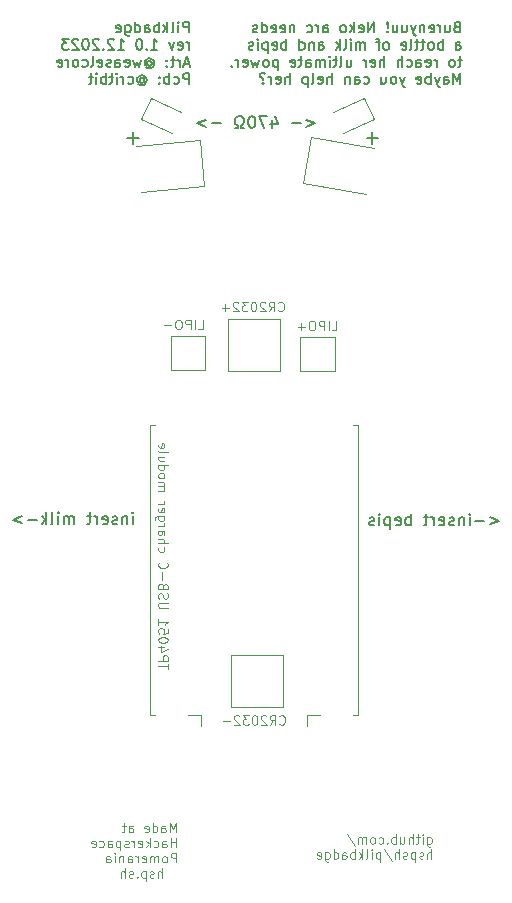
<source format=gbr>
%TF.GenerationSoftware,KiCad,Pcbnew,7.0.9*%
%TF.CreationDate,2023-12-02T23:17:25+01:00*%
%TF.ProjectId,pilkbadge,70696c6b-6261-4646-9765-2e6b69636164,rev?*%
%TF.SameCoordinates,Original*%
%TF.FileFunction,Legend,Bot*%
%TF.FilePolarity,Positive*%
%FSLAX46Y46*%
G04 Gerber Fmt 4.6, Leading zero omitted, Abs format (unit mm)*
G04 Created by KiCad (PCBNEW 7.0.9) date 2023-12-02 23:17:25*
%MOMM*%
%LPD*%
G01*
G04 APERTURE LIST*
%ADD10C,0.150000*%
%ADD11C,0.120000*%
%ADD12C,0.140000*%
G04 APERTURE END LIST*
D10*
X97500000Y-54000000D02*
X98500000Y-54000000D01*
X118250000Y-53500000D02*
X118250000Y-54500000D01*
X98000000Y-53500000D02*
X98000000Y-54500000D01*
X117750000Y-54000000D02*
X118750000Y-54000000D01*
X128201316Y-86103152D02*
X128963220Y-86388866D01*
X128963220Y-86388866D02*
X128201316Y-86674580D01*
X127725125Y-86388866D02*
X126963221Y-86388866D01*
X126487030Y-86769819D02*
X126487030Y-86103152D01*
X126487030Y-85769819D02*
X126534649Y-85817438D01*
X126534649Y-85817438D02*
X126487030Y-85865057D01*
X126487030Y-85865057D02*
X126439411Y-85817438D01*
X126439411Y-85817438D02*
X126487030Y-85769819D01*
X126487030Y-85769819D02*
X126487030Y-85865057D01*
X126010840Y-86103152D02*
X126010840Y-86769819D01*
X126010840Y-86198390D02*
X125963221Y-86150771D01*
X125963221Y-86150771D02*
X125867983Y-86103152D01*
X125867983Y-86103152D02*
X125725126Y-86103152D01*
X125725126Y-86103152D02*
X125629888Y-86150771D01*
X125629888Y-86150771D02*
X125582269Y-86246009D01*
X125582269Y-86246009D02*
X125582269Y-86769819D01*
X125153697Y-86722200D02*
X125058459Y-86769819D01*
X125058459Y-86769819D02*
X124867983Y-86769819D01*
X124867983Y-86769819D02*
X124772745Y-86722200D01*
X124772745Y-86722200D02*
X124725126Y-86626961D01*
X124725126Y-86626961D02*
X124725126Y-86579342D01*
X124725126Y-86579342D02*
X124772745Y-86484104D01*
X124772745Y-86484104D02*
X124867983Y-86436485D01*
X124867983Y-86436485D02*
X125010840Y-86436485D01*
X125010840Y-86436485D02*
X125106078Y-86388866D01*
X125106078Y-86388866D02*
X125153697Y-86293628D01*
X125153697Y-86293628D02*
X125153697Y-86246009D01*
X125153697Y-86246009D02*
X125106078Y-86150771D01*
X125106078Y-86150771D02*
X125010840Y-86103152D01*
X125010840Y-86103152D02*
X124867983Y-86103152D01*
X124867983Y-86103152D02*
X124772745Y-86150771D01*
X123915602Y-86722200D02*
X124010840Y-86769819D01*
X124010840Y-86769819D02*
X124201316Y-86769819D01*
X124201316Y-86769819D02*
X124296554Y-86722200D01*
X124296554Y-86722200D02*
X124344173Y-86626961D01*
X124344173Y-86626961D02*
X124344173Y-86246009D01*
X124344173Y-86246009D02*
X124296554Y-86150771D01*
X124296554Y-86150771D02*
X124201316Y-86103152D01*
X124201316Y-86103152D02*
X124010840Y-86103152D01*
X124010840Y-86103152D02*
X123915602Y-86150771D01*
X123915602Y-86150771D02*
X123867983Y-86246009D01*
X123867983Y-86246009D02*
X123867983Y-86341247D01*
X123867983Y-86341247D02*
X124344173Y-86436485D01*
X123439411Y-86769819D02*
X123439411Y-86103152D01*
X123439411Y-86293628D02*
X123391792Y-86198390D01*
X123391792Y-86198390D02*
X123344173Y-86150771D01*
X123344173Y-86150771D02*
X123248935Y-86103152D01*
X123248935Y-86103152D02*
X123153697Y-86103152D01*
X122963220Y-86103152D02*
X122582268Y-86103152D01*
X122820363Y-85769819D02*
X122820363Y-86626961D01*
X122820363Y-86626961D02*
X122772744Y-86722200D01*
X122772744Y-86722200D02*
X122677506Y-86769819D01*
X122677506Y-86769819D02*
X122582268Y-86769819D01*
X121487029Y-86769819D02*
X121487029Y-85769819D01*
X121487029Y-86150771D02*
X121391791Y-86103152D01*
X121391791Y-86103152D02*
X121201315Y-86103152D01*
X121201315Y-86103152D02*
X121106077Y-86150771D01*
X121106077Y-86150771D02*
X121058458Y-86198390D01*
X121058458Y-86198390D02*
X121010839Y-86293628D01*
X121010839Y-86293628D02*
X121010839Y-86579342D01*
X121010839Y-86579342D02*
X121058458Y-86674580D01*
X121058458Y-86674580D02*
X121106077Y-86722200D01*
X121106077Y-86722200D02*
X121201315Y-86769819D01*
X121201315Y-86769819D02*
X121391791Y-86769819D01*
X121391791Y-86769819D02*
X121487029Y-86722200D01*
X120201315Y-86722200D02*
X120296553Y-86769819D01*
X120296553Y-86769819D02*
X120487029Y-86769819D01*
X120487029Y-86769819D02*
X120582267Y-86722200D01*
X120582267Y-86722200D02*
X120629886Y-86626961D01*
X120629886Y-86626961D02*
X120629886Y-86246009D01*
X120629886Y-86246009D02*
X120582267Y-86150771D01*
X120582267Y-86150771D02*
X120487029Y-86103152D01*
X120487029Y-86103152D02*
X120296553Y-86103152D01*
X120296553Y-86103152D02*
X120201315Y-86150771D01*
X120201315Y-86150771D02*
X120153696Y-86246009D01*
X120153696Y-86246009D02*
X120153696Y-86341247D01*
X120153696Y-86341247D02*
X120629886Y-86436485D01*
X119725124Y-86103152D02*
X119725124Y-87103152D01*
X119725124Y-86150771D02*
X119629886Y-86103152D01*
X119629886Y-86103152D02*
X119439410Y-86103152D01*
X119439410Y-86103152D02*
X119344172Y-86150771D01*
X119344172Y-86150771D02*
X119296553Y-86198390D01*
X119296553Y-86198390D02*
X119248934Y-86293628D01*
X119248934Y-86293628D02*
X119248934Y-86579342D01*
X119248934Y-86579342D02*
X119296553Y-86674580D01*
X119296553Y-86674580D02*
X119344172Y-86722200D01*
X119344172Y-86722200D02*
X119439410Y-86769819D01*
X119439410Y-86769819D02*
X119629886Y-86769819D01*
X119629886Y-86769819D02*
X119725124Y-86722200D01*
X118820362Y-86769819D02*
X118820362Y-86103152D01*
X118820362Y-85769819D02*
X118867981Y-85817438D01*
X118867981Y-85817438D02*
X118820362Y-85865057D01*
X118820362Y-85865057D02*
X118772743Y-85817438D01*
X118772743Y-85817438D02*
X118820362Y-85769819D01*
X118820362Y-85769819D02*
X118820362Y-85865057D01*
X118391791Y-86722200D02*
X118296553Y-86769819D01*
X118296553Y-86769819D02*
X118106077Y-86769819D01*
X118106077Y-86769819D02*
X118010839Y-86722200D01*
X118010839Y-86722200D02*
X117963220Y-86626961D01*
X117963220Y-86626961D02*
X117963220Y-86579342D01*
X117963220Y-86579342D02*
X118010839Y-86484104D01*
X118010839Y-86484104D02*
X118106077Y-86436485D01*
X118106077Y-86436485D02*
X118248934Y-86436485D01*
X118248934Y-86436485D02*
X118344172Y-86388866D01*
X118344172Y-86388866D02*
X118391791Y-86293628D01*
X118391791Y-86293628D02*
X118391791Y-86246009D01*
X118391791Y-86246009D02*
X118344172Y-86150771D01*
X118344172Y-86150771D02*
X118248934Y-86103152D01*
X118248934Y-86103152D02*
X118106077Y-86103152D01*
X118106077Y-86103152D02*
X118010839Y-86150771D01*
D11*
X114799624Y-70245855D02*
X115180576Y-70245855D01*
X115180576Y-70245855D02*
X115180576Y-69445855D01*
X114532957Y-70245855D02*
X114532957Y-69445855D01*
X114152005Y-70245855D02*
X114152005Y-69445855D01*
X114152005Y-69445855D02*
X113847243Y-69445855D01*
X113847243Y-69445855D02*
X113771053Y-69483950D01*
X113771053Y-69483950D02*
X113732958Y-69522045D01*
X113732958Y-69522045D02*
X113694862Y-69598236D01*
X113694862Y-69598236D02*
X113694862Y-69712521D01*
X113694862Y-69712521D02*
X113732958Y-69788712D01*
X113732958Y-69788712D02*
X113771053Y-69826807D01*
X113771053Y-69826807D02*
X113847243Y-69864902D01*
X113847243Y-69864902D02*
X114152005Y-69864902D01*
X113199624Y-69445855D02*
X113047243Y-69445855D01*
X113047243Y-69445855D02*
X112971053Y-69483950D01*
X112971053Y-69483950D02*
X112894862Y-69560140D01*
X112894862Y-69560140D02*
X112856767Y-69712521D01*
X112856767Y-69712521D02*
X112856767Y-69979188D01*
X112856767Y-69979188D02*
X112894862Y-70131569D01*
X112894862Y-70131569D02*
X112971053Y-70207760D01*
X112971053Y-70207760D02*
X113047243Y-70245855D01*
X113047243Y-70245855D02*
X113199624Y-70245855D01*
X113199624Y-70245855D02*
X113275815Y-70207760D01*
X113275815Y-70207760D02*
X113352005Y-70131569D01*
X113352005Y-70131569D02*
X113390101Y-69979188D01*
X113390101Y-69979188D02*
X113390101Y-69712521D01*
X113390101Y-69712521D02*
X113352005Y-69560140D01*
X113352005Y-69560140D02*
X113275815Y-69483950D01*
X113275815Y-69483950D02*
X113199624Y-69445855D01*
X112513910Y-69941093D02*
X111904387Y-69941093D01*
X112209148Y-70245855D02*
X112209148Y-69636331D01*
D12*
X102693609Y-45035577D02*
X102693609Y-44135577D01*
X102693609Y-44135577D02*
X102350752Y-44135577D01*
X102350752Y-44135577D02*
X102265037Y-44178434D01*
X102265037Y-44178434D02*
X102222180Y-44221291D01*
X102222180Y-44221291D02*
X102179323Y-44307005D01*
X102179323Y-44307005D02*
X102179323Y-44435577D01*
X102179323Y-44435577D02*
X102222180Y-44521291D01*
X102222180Y-44521291D02*
X102265037Y-44564148D01*
X102265037Y-44564148D02*
X102350752Y-44607005D01*
X102350752Y-44607005D02*
X102693609Y-44607005D01*
X101793609Y-45035577D02*
X101793609Y-44435577D01*
X101793609Y-44135577D02*
X101836466Y-44178434D01*
X101836466Y-44178434D02*
X101793609Y-44221291D01*
X101793609Y-44221291D02*
X101750752Y-44178434D01*
X101750752Y-44178434D02*
X101793609Y-44135577D01*
X101793609Y-44135577D02*
X101793609Y-44221291D01*
X101236466Y-45035577D02*
X101322181Y-44992720D01*
X101322181Y-44992720D02*
X101365038Y-44907005D01*
X101365038Y-44907005D02*
X101365038Y-44135577D01*
X100893609Y-45035577D02*
X100893609Y-44135577D01*
X100807895Y-44692720D02*
X100550752Y-45035577D01*
X100550752Y-44435577D02*
X100893609Y-44778434D01*
X100165038Y-45035577D02*
X100165038Y-44135577D01*
X100165038Y-44478434D02*
X100079324Y-44435577D01*
X100079324Y-44435577D02*
X99907895Y-44435577D01*
X99907895Y-44435577D02*
X99822181Y-44478434D01*
X99822181Y-44478434D02*
X99779324Y-44521291D01*
X99779324Y-44521291D02*
X99736466Y-44607005D01*
X99736466Y-44607005D02*
X99736466Y-44864148D01*
X99736466Y-44864148D02*
X99779324Y-44949862D01*
X99779324Y-44949862D02*
X99822181Y-44992720D01*
X99822181Y-44992720D02*
X99907895Y-45035577D01*
X99907895Y-45035577D02*
X100079324Y-45035577D01*
X100079324Y-45035577D02*
X100165038Y-44992720D01*
X98965038Y-45035577D02*
X98965038Y-44564148D01*
X98965038Y-44564148D02*
X99007895Y-44478434D01*
X99007895Y-44478434D02*
X99093609Y-44435577D01*
X99093609Y-44435577D02*
X99265038Y-44435577D01*
X99265038Y-44435577D02*
X99350752Y-44478434D01*
X98965038Y-44992720D02*
X99050752Y-45035577D01*
X99050752Y-45035577D02*
X99265038Y-45035577D01*
X99265038Y-45035577D02*
X99350752Y-44992720D01*
X99350752Y-44992720D02*
X99393609Y-44907005D01*
X99393609Y-44907005D02*
X99393609Y-44821291D01*
X99393609Y-44821291D02*
X99350752Y-44735577D01*
X99350752Y-44735577D02*
X99265038Y-44692720D01*
X99265038Y-44692720D02*
X99050752Y-44692720D01*
X99050752Y-44692720D02*
X98965038Y-44649862D01*
X98150752Y-45035577D02*
X98150752Y-44135577D01*
X98150752Y-44992720D02*
X98236466Y-45035577D01*
X98236466Y-45035577D02*
X98407894Y-45035577D01*
X98407894Y-45035577D02*
X98493609Y-44992720D01*
X98493609Y-44992720D02*
X98536466Y-44949862D01*
X98536466Y-44949862D02*
X98579323Y-44864148D01*
X98579323Y-44864148D02*
X98579323Y-44607005D01*
X98579323Y-44607005D02*
X98536466Y-44521291D01*
X98536466Y-44521291D02*
X98493609Y-44478434D01*
X98493609Y-44478434D02*
X98407894Y-44435577D01*
X98407894Y-44435577D02*
X98236466Y-44435577D01*
X98236466Y-44435577D02*
X98150752Y-44478434D01*
X97336466Y-44435577D02*
X97336466Y-45164148D01*
X97336466Y-45164148D02*
X97379323Y-45249862D01*
X97379323Y-45249862D02*
X97422180Y-45292720D01*
X97422180Y-45292720D02*
X97507894Y-45335577D01*
X97507894Y-45335577D02*
X97636466Y-45335577D01*
X97636466Y-45335577D02*
X97722180Y-45292720D01*
X97336466Y-44992720D02*
X97422180Y-45035577D01*
X97422180Y-45035577D02*
X97593608Y-45035577D01*
X97593608Y-45035577D02*
X97679323Y-44992720D01*
X97679323Y-44992720D02*
X97722180Y-44949862D01*
X97722180Y-44949862D02*
X97765037Y-44864148D01*
X97765037Y-44864148D02*
X97765037Y-44607005D01*
X97765037Y-44607005D02*
X97722180Y-44521291D01*
X97722180Y-44521291D02*
X97679323Y-44478434D01*
X97679323Y-44478434D02*
X97593608Y-44435577D01*
X97593608Y-44435577D02*
X97422180Y-44435577D01*
X97422180Y-44435577D02*
X97336466Y-44478434D01*
X96565037Y-44992720D02*
X96650751Y-45035577D01*
X96650751Y-45035577D02*
X96822180Y-45035577D01*
X96822180Y-45035577D02*
X96907894Y-44992720D01*
X96907894Y-44992720D02*
X96950751Y-44907005D01*
X96950751Y-44907005D02*
X96950751Y-44564148D01*
X96950751Y-44564148D02*
X96907894Y-44478434D01*
X96907894Y-44478434D02*
X96822180Y-44435577D01*
X96822180Y-44435577D02*
X96650751Y-44435577D01*
X96650751Y-44435577D02*
X96565037Y-44478434D01*
X96565037Y-44478434D02*
X96522180Y-44564148D01*
X96522180Y-44564148D02*
X96522180Y-44649862D01*
X96522180Y-44649862D02*
X96950751Y-44735577D01*
X102693609Y-46484577D02*
X102693609Y-45884577D01*
X102693609Y-46056005D02*
X102650752Y-45970291D01*
X102650752Y-45970291D02*
X102607895Y-45927434D01*
X102607895Y-45927434D02*
X102522180Y-45884577D01*
X102522180Y-45884577D02*
X102436466Y-45884577D01*
X101793609Y-46441720D02*
X101879323Y-46484577D01*
X101879323Y-46484577D02*
X102050752Y-46484577D01*
X102050752Y-46484577D02*
X102136466Y-46441720D01*
X102136466Y-46441720D02*
X102179323Y-46356005D01*
X102179323Y-46356005D02*
X102179323Y-46013148D01*
X102179323Y-46013148D02*
X102136466Y-45927434D01*
X102136466Y-45927434D02*
X102050752Y-45884577D01*
X102050752Y-45884577D02*
X101879323Y-45884577D01*
X101879323Y-45884577D02*
X101793609Y-45927434D01*
X101793609Y-45927434D02*
X101750752Y-46013148D01*
X101750752Y-46013148D02*
X101750752Y-46098862D01*
X101750752Y-46098862D02*
X102179323Y-46184577D01*
X101450751Y-45884577D02*
X101236465Y-46484577D01*
X101236465Y-46484577D02*
X101022180Y-45884577D01*
X99522180Y-46484577D02*
X100036466Y-46484577D01*
X99779323Y-46484577D02*
X99779323Y-45584577D01*
X99779323Y-45584577D02*
X99865037Y-45713148D01*
X99865037Y-45713148D02*
X99950752Y-45798862D01*
X99950752Y-45798862D02*
X100036466Y-45841720D01*
X99136466Y-46398862D02*
X99093609Y-46441720D01*
X99093609Y-46441720D02*
X99136466Y-46484577D01*
X99136466Y-46484577D02*
X99179323Y-46441720D01*
X99179323Y-46441720D02*
X99136466Y-46398862D01*
X99136466Y-46398862D02*
X99136466Y-46484577D01*
X98536466Y-45584577D02*
X98450752Y-45584577D01*
X98450752Y-45584577D02*
X98365038Y-45627434D01*
X98365038Y-45627434D02*
X98322181Y-45670291D01*
X98322181Y-45670291D02*
X98279323Y-45756005D01*
X98279323Y-45756005D02*
X98236466Y-45927434D01*
X98236466Y-45927434D02*
X98236466Y-46141720D01*
X98236466Y-46141720D02*
X98279323Y-46313148D01*
X98279323Y-46313148D02*
X98322181Y-46398862D01*
X98322181Y-46398862D02*
X98365038Y-46441720D01*
X98365038Y-46441720D02*
X98450752Y-46484577D01*
X98450752Y-46484577D02*
X98536466Y-46484577D01*
X98536466Y-46484577D02*
X98622181Y-46441720D01*
X98622181Y-46441720D02*
X98665038Y-46398862D01*
X98665038Y-46398862D02*
X98707895Y-46313148D01*
X98707895Y-46313148D02*
X98750752Y-46141720D01*
X98750752Y-46141720D02*
X98750752Y-45927434D01*
X98750752Y-45927434D02*
X98707895Y-45756005D01*
X98707895Y-45756005D02*
X98665038Y-45670291D01*
X98665038Y-45670291D02*
X98622181Y-45627434D01*
X98622181Y-45627434D02*
X98536466Y-45584577D01*
X96693609Y-46484577D02*
X97207895Y-46484577D01*
X96950752Y-46484577D02*
X96950752Y-45584577D01*
X96950752Y-45584577D02*
X97036466Y-45713148D01*
X97036466Y-45713148D02*
X97122181Y-45798862D01*
X97122181Y-45798862D02*
X97207895Y-45841720D01*
X96350752Y-45670291D02*
X96307895Y-45627434D01*
X96307895Y-45627434D02*
X96222181Y-45584577D01*
X96222181Y-45584577D02*
X96007895Y-45584577D01*
X96007895Y-45584577D02*
X95922181Y-45627434D01*
X95922181Y-45627434D02*
X95879323Y-45670291D01*
X95879323Y-45670291D02*
X95836466Y-45756005D01*
X95836466Y-45756005D02*
X95836466Y-45841720D01*
X95836466Y-45841720D02*
X95879323Y-45970291D01*
X95879323Y-45970291D02*
X96393609Y-46484577D01*
X96393609Y-46484577D02*
X95836466Y-46484577D01*
X95450752Y-46398862D02*
X95407895Y-46441720D01*
X95407895Y-46441720D02*
X95450752Y-46484577D01*
X95450752Y-46484577D02*
X95493609Y-46441720D01*
X95493609Y-46441720D02*
X95450752Y-46398862D01*
X95450752Y-46398862D02*
X95450752Y-46484577D01*
X95065038Y-45670291D02*
X95022181Y-45627434D01*
X95022181Y-45627434D02*
X94936467Y-45584577D01*
X94936467Y-45584577D02*
X94722181Y-45584577D01*
X94722181Y-45584577D02*
X94636467Y-45627434D01*
X94636467Y-45627434D02*
X94593609Y-45670291D01*
X94593609Y-45670291D02*
X94550752Y-45756005D01*
X94550752Y-45756005D02*
X94550752Y-45841720D01*
X94550752Y-45841720D02*
X94593609Y-45970291D01*
X94593609Y-45970291D02*
X95107895Y-46484577D01*
X95107895Y-46484577D02*
X94550752Y-46484577D01*
X93993609Y-45584577D02*
X93907895Y-45584577D01*
X93907895Y-45584577D02*
X93822181Y-45627434D01*
X93822181Y-45627434D02*
X93779324Y-45670291D01*
X93779324Y-45670291D02*
X93736466Y-45756005D01*
X93736466Y-45756005D02*
X93693609Y-45927434D01*
X93693609Y-45927434D02*
X93693609Y-46141720D01*
X93693609Y-46141720D02*
X93736466Y-46313148D01*
X93736466Y-46313148D02*
X93779324Y-46398862D01*
X93779324Y-46398862D02*
X93822181Y-46441720D01*
X93822181Y-46441720D02*
X93907895Y-46484577D01*
X93907895Y-46484577D02*
X93993609Y-46484577D01*
X93993609Y-46484577D02*
X94079324Y-46441720D01*
X94079324Y-46441720D02*
X94122181Y-46398862D01*
X94122181Y-46398862D02*
X94165038Y-46313148D01*
X94165038Y-46313148D02*
X94207895Y-46141720D01*
X94207895Y-46141720D02*
X94207895Y-45927434D01*
X94207895Y-45927434D02*
X94165038Y-45756005D01*
X94165038Y-45756005D02*
X94122181Y-45670291D01*
X94122181Y-45670291D02*
X94079324Y-45627434D01*
X94079324Y-45627434D02*
X93993609Y-45584577D01*
X93350752Y-45670291D02*
X93307895Y-45627434D01*
X93307895Y-45627434D02*
X93222181Y-45584577D01*
X93222181Y-45584577D02*
X93007895Y-45584577D01*
X93007895Y-45584577D02*
X92922181Y-45627434D01*
X92922181Y-45627434D02*
X92879323Y-45670291D01*
X92879323Y-45670291D02*
X92836466Y-45756005D01*
X92836466Y-45756005D02*
X92836466Y-45841720D01*
X92836466Y-45841720D02*
X92879323Y-45970291D01*
X92879323Y-45970291D02*
X93393609Y-46484577D01*
X93393609Y-46484577D02*
X92836466Y-46484577D01*
X92536466Y-45584577D02*
X91979323Y-45584577D01*
X91979323Y-45584577D02*
X92279323Y-45927434D01*
X92279323Y-45927434D02*
X92150752Y-45927434D01*
X92150752Y-45927434D02*
X92065038Y-45970291D01*
X92065038Y-45970291D02*
X92022180Y-46013148D01*
X92022180Y-46013148D02*
X91979323Y-46098862D01*
X91979323Y-46098862D02*
X91979323Y-46313148D01*
X91979323Y-46313148D02*
X92022180Y-46398862D01*
X92022180Y-46398862D02*
X92065038Y-46441720D01*
X92065038Y-46441720D02*
X92150752Y-46484577D01*
X92150752Y-46484577D02*
X92407895Y-46484577D01*
X92407895Y-46484577D02*
X92493609Y-46441720D01*
X92493609Y-46441720D02*
X92536466Y-46398862D01*
X102736466Y-47676434D02*
X102307895Y-47676434D01*
X102822180Y-47933577D02*
X102522180Y-47033577D01*
X102522180Y-47033577D02*
X102222180Y-47933577D01*
X101922180Y-47933577D02*
X101922180Y-47333577D01*
X101922180Y-47505005D02*
X101879323Y-47419291D01*
X101879323Y-47419291D02*
X101836466Y-47376434D01*
X101836466Y-47376434D02*
X101750751Y-47333577D01*
X101750751Y-47333577D02*
X101665037Y-47333577D01*
X101493608Y-47333577D02*
X101150751Y-47333577D01*
X101365037Y-47033577D02*
X101365037Y-47805005D01*
X101365037Y-47805005D02*
X101322180Y-47890720D01*
X101322180Y-47890720D02*
X101236465Y-47933577D01*
X101236465Y-47933577D02*
X101150751Y-47933577D01*
X100850751Y-47847862D02*
X100807894Y-47890720D01*
X100807894Y-47890720D02*
X100850751Y-47933577D01*
X100850751Y-47933577D02*
X100893608Y-47890720D01*
X100893608Y-47890720D02*
X100850751Y-47847862D01*
X100850751Y-47847862D02*
X100850751Y-47933577D01*
X100850751Y-47376434D02*
X100807894Y-47419291D01*
X100807894Y-47419291D02*
X100850751Y-47462148D01*
X100850751Y-47462148D02*
X100893608Y-47419291D01*
X100893608Y-47419291D02*
X100850751Y-47376434D01*
X100850751Y-47376434D02*
X100850751Y-47462148D01*
X99179323Y-47505005D02*
X99222180Y-47462148D01*
X99222180Y-47462148D02*
X99307894Y-47419291D01*
X99307894Y-47419291D02*
X99393609Y-47419291D01*
X99393609Y-47419291D02*
X99479323Y-47462148D01*
X99479323Y-47462148D02*
X99522180Y-47505005D01*
X99522180Y-47505005D02*
X99565037Y-47590720D01*
X99565037Y-47590720D02*
X99565037Y-47676434D01*
X99565037Y-47676434D02*
X99522180Y-47762148D01*
X99522180Y-47762148D02*
X99479323Y-47805005D01*
X99479323Y-47805005D02*
X99393609Y-47847862D01*
X99393609Y-47847862D02*
X99307894Y-47847862D01*
X99307894Y-47847862D02*
X99222180Y-47805005D01*
X99222180Y-47805005D02*
X99179323Y-47762148D01*
X99179323Y-47419291D02*
X99179323Y-47762148D01*
X99179323Y-47762148D02*
X99136466Y-47805005D01*
X99136466Y-47805005D02*
X99093609Y-47805005D01*
X99093609Y-47805005D02*
X99007894Y-47762148D01*
X99007894Y-47762148D02*
X98965037Y-47676434D01*
X98965037Y-47676434D02*
X98965037Y-47462148D01*
X98965037Y-47462148D02*
X99050752Y-47333577D01*
X99050752Y-47333577D02*
X99179323Y-47247862D01*
X99179323Y-47247862D02*
X99350752Y-47205005D01*
X99350752Y-47205005D02*
X99522180Y-47247862D01*
X99522180Y-47247862D02*
X99650752Y-47333577D01*
X99650752Y-47333577D02*
X99736466Y-47462148D01*
X99736466Y-47462148D02*
X99779323Y-47633577D01*
X99779323Y-47633577D02*
X99736466Y-47805005D01*
X99736466Y-47805005D02*
X99650752Y-47933577D01*
X99650752Y-47933577D02*
X99522180Y-48019291D01*
X99522180Y-48019291D02*
X99350752Y-48062148D01*
X99350752Y-48062148D02*
X99179323Y-48019291D01*
X99179323Y-48019291D02*
X99050752Y-47933577D01*
X98665037Y-47333577D02*
X98493609Y-47933577D01*
X98493609Y-47933577D02*
X98322180Y-47505005D01*
X98322180Y-47505005D02*
X98150751Y-47933577D01*
X98150751Y-47933577D02*
X97979323Y-47333577D01*
X97293609Y-47890720D02*
X97379323Y-47933577D01*
X97379323Y-47933577D02*
X97550752Y-47933577D01*
X97550752Y-47933577D02*
X97636466Y-47890720D01*
X97636466Y-47890720D02*
X97679323Y-47805005D01*
X97679323Y-47805005D02*
X97679323Y-47462148D01*
X97679323Y-47462148D02*
X97636466Y-47376434D01*
X97636466Y-47376434D02*
X97550752Y-47333577D01*
X97550752Y-47333577D02*
X97379323Y-47333577D01*
X97379323Y-47333577D02*
X97293609Y-47376434D01*
X97293609Y-47376434D02*
X97250752Y-47462148D01*
X97250752Y-47462148D02*
X97250752Y-47547862D01*
X97250752Y-47547862D02*
X97679323Y-47633577D01*
X96479323Y-47933577D02*
X96479323Y-47462148D01*
X96479323Y-47462148D02*
X96522180Y-47376434D01*
X96522180Y-47376434D02*
X96607894Y-47333577D01*
X96607894Y-47333577D02*
X96779323Y-47333577D01*
X96779323Y-47333577D02*
X96865037Y-47376434D01*
X96479323Y-47890720D02*
X96565037Y-47933577D01*
X96565037Y-47933577D02*
X96779323Y-47933577D01*
X96779323Y-47933577D02*
X96865037Y-47890720D01*
X96865037Y-47890720D02*
X96907894Y-47805005D01*
X96907894Y-47805005D02*
X96907894Y-47719291D01*
X96907894Y-47719291D02*
X96865037Y-47633577D01*
X96865037Y-47633577D02*
X96779323Y-47590720D01*
X96779323Y-47590720D02*
X96565037Y-47590720D01*
X96565037Y-47590720D02*
X96479323Y-47547862D01*
X96093608Y-47890720D02*
X96007894Y-47933577D01*
X96007894Y-47933577D02*
X95836465Y-47933577D01*
X95836465Y-47933577D02*
X95750751Y-47890720D01*
X95750751Y-47890720D02*
X95707894Y-47805005D01*
X95707894Y-47805005D02*
X95707894Y-47762148D01*
X95707894Y-47762148D02*
X95750751Y-47676434D01*
X95750751Y-47676434D02*
X95836465Y-47633577D01*
X95836465Y-47633577D02*
X95965037Y-47633577D01*
X95965037Y-47633577D02*
X96050751Y-47590720D01*
X96050751Y-47590720D02*
X96093608Y-47505005D01*
X96093608Y-47505005D02*
X96093608Y-47462148D01*
X96093608Y-47462148D02*
X96050751Y-47376434D01*
X96050751Y-47376434D02*
X95965037Y-47333577D01*
X95965037Y-47333577D02*
X95836465Y-47333577D01*
X95836465Y-47333577D02*
X95750751Y-47376434D01*
X94979323Y-47890720D02*
X95065037Y-47933577D01*
X95065037Y-47933577D02*
X95236466Y-47933577D01*
X95236466Y-47933577D02*
X95322180Y-47890720D01*
X95322180Y-47890720D02*
X95365037Y-47805005D01*
X95365037Y-47805005D02*
X95365037Y-47462148D01*
X95365037Y-47462148D02*
X95322180Y-47376434D01*
X95322180Y-47376434D02*
X95236466Y-47333577D01*
X95236466Y-47333577D02*
X95065037Y-47333577D01*
X95065037Y-47333577D02*
X94979323Y-47376434D01*
X94979323Y-47376434D02*
X94936466Y-47462148D01*
X94936466Y-47462148D02*
X94936466Y-47547862D01*
X94936466Y-47547862D02*
X95365037Y-47633577D01*
X94422179Y-47933577D02*
X94507894Y-47890720D01*
X94507894Y-47890720D02*
X94550751Y-47805005D01*
X94550751Y-47805005D02*
X94550751Y-47033577D01*
X93693608Y-47890720D02*
X93779322Y-47933577D01*
X93779322Y-47933577D02*
X93950750Y-47933577D01*
X93950750Y-47933577D02*
X94036465Y-47890720D01*
X94036465Y-47890720D02*
X94079322Y-47847862D01*
X94079322Y-47847862D02*
X94122179Y-47762148D01*
X94122179Y-47762148D02*
X94122179Y-47505005D01*
X94122179Y-47505005D02*
X94079322Y-47419291D01*
X94079322Y-47419291D02*
X94036465Y-47376434D01*
X94036465Y-47376434D02*
X93950750Y-47333577D01*
X93950750Y-47333577D02*
X93779322Y-47333577D01*
X93779322Y-47333577D02*
X93693608Y-47376434D01*
X93179321Y-47933577D02*
X93265036Y-47890720D01*
X93265036Y-47890720D02*
X93307893Y-47847862D01*
X93307893Y-47847862D02*
X93350750Y-47762148D01*
X93350750Y-47762148D02*
X93350750Y-47505005D01*
X93350750Y-47505005D02*
X93307893Y-47419291D01*
X93307893Y-47419291D02*
X93265036Y-47376434D01*
X93265036Y-47376434D02*
X93179321Y-47333577D01*
X93179321Y-47333577D02*
X93050750Y-47333577D01*
X93050750Y-47333577D02*
X92965036Y-47376434D01*
X92965036Y-47376434D02*
X92922179Y-47419291D01*
X92922179Y-47419291D02*
X92879321Y-47505005D01*
X92879321Y-47505005D02*
X92879321Y-47762148D01*
X92879321Y-47762148D02*
X92922179Y-47847862D01*
X92922179Y-47847862D02*
X92965036Y-47890720D01*
X92965036Y-47890720D02*
X93050750Y-47933577D01*
X93050750Y-47933577D02*
X93179321Y-47933577D01*
X92493607Y-47933577D02*
X92493607Y-47333577D01*
X92493607Y-47505005D02*
X92450750Y-47419291D01*
X92450750Y-47419291D02*
X92407893Y-47376434D01*
X92407893Y-47376434D02*
X92322178Y-47333577D01*
X92322178Y-47333577D02*
X92236464Y-47333577D01*
X91593607Y-47890720D02*
X91679321Y-47933577D01*
X91679321Y-47933577D02*
X91850750Y-47933577D01*
X91850750Y-47933577D02*
X91936464Y-47890720D01*
X91936464Y-47890720D02*
X91979321Y-47805005D01*
X91979321Y-47805005D02*
X91979321Y-47462148D01*
X91979321Y-47462148D02*
X91936464Y-47376434D01*
X91936464Y-47376434D02*
X91850750Y-47333577D01*
X91850750Y-47333577D02*
X91679321Y-47333577D01*
X91679321Y-47333577D02*
X91593607Y-47376434D01*
X91593607Y-47376434D02*
X91550750Y-47462148D01*
X91550750Y-47462148D02*
X91550750Y-47547862D01*
X91550750Y-47547862D02*
X91979321Y-47633577D01*
X102693609Y-49382577D02*
X102693609Y-48482577D01*
X102693609Y-48482577D02*
X102350752Y-48482577D01*
X102350752Y-48482577D02*
X102265037Y-48525434D01*
X102265037Y-48525434D02*
X102222180Y-48568291D01*
X102222180Y-48568291D02*
X102179323Y-48654005D01*
X102179323Y-48654005D02*
X102179323Y-48782577D01*
X102179323Y-48782577D02*
X102222180Y-48868291D01*
X102222180Y-48868291D02*
X102265037Y-48911148D01*
X102265037Y-48911148D02*
X102350752Y-48954005D01*
X102350752Y-48954005D02*
X102693609Y-48954005D01*
X101407895Y-49339720D02*
X101493609Y-49382577D01*
X101493609Y-49382577D02*
X101665037Y-49382577D01*
X101665037Y-49382577D02*
X101750752Y-49339720D01*
X101750752Y-49339720D02*
X101793609Y-49296862D01*
X101793609Y-49296862D02*
X101836466Y-49211148D01*
X101836466Y-49211148D02*
X101836466Y-48954005D01*
X101836466Y-48954005D02*
X101793609Y-48868291D01*
X101793609Y-48868291D02*
X101750752Y-48825434D01*
X101750752Y-48825434D02*
X101665037Y-48782577D01*
X101665037Y-48782577D02*
X101493609Y-48782577D01*
X101493609Y-48782577D02*
X101407895Y-48825434D01*
X101022180Y-49382577D02*
X101022180Y-48482577D01*
X101022180Y-48825434D02*
X100936466Y-48782577D01*
X100936466Y-48782577D02*
X100765037Y-48782577D01*
X100765037Y-48782577D02*
X100679323Y-48825434D01*
X100679323Y-48825434D02*
X100636466Y-48868291D01*
X100636466Y-48868291D02*
X100593608Y-48954005D01*
X100593608Y-48954005D02*
X100593608Y-49211148D01*
X100593608Y-49211148D02*
X100636466Y-49296862D01*
X100636466Y-49296862D02*
X100679323Y-49339720D01*
X100679323Y-49339720D02*
X100765037Y-49382577D01*
X100765037Y-49382577D02*
X100936466Y-49382577D01*
X100936466Y-49382577D02*
X101022180Y-49339720D01*
X100207894Y-49296862D02*
X100165037Y-49339720D01*
X100165037Y-49339720D02*
X100207894Y-49382577D01*
X100207894Y-49382577D02*
X100250751Y-49339720D01*
X100250751Y-49339720D02*
X100207894Y-49296862D01*
X100207894Y-49296862D02*
X100207894Y-49382577D01*
X100207894Y-48825434D02*
X100165037Y-48868291D01*
X100165037Y-48868291D02*
X100207894Y-48911148D01*
X100207894Y-48911148D02*
X100250751Y-48868291D01*
X100250751Y-48868291D02*
X100207894Y-48825434D01*
X100207894Y-48825434D02*
X100207894Y-48911148D01*
X98536466Y-48954005D02*
X98579323Y-48911148D01*
X98579323Y-48911148D02*
X98665037Y-48868291D01*
X98665037Y-48868291D02*
X98750752Y-48868291D01*
X98750752Y-48868291D02*
X98836466Y-48911148D01*
X98836466Y-48911148D02*
X98879323Y-48954005D01*
X98879323Y-48954005D02*
X98922180Y-49039720D01*
X98922180Y-49039720D02*
X98922180Y-49125434D01*
X98922180Y-49125434D02*
X98879323Y-49211148D01*
X98879323Y-49211148D02*
X98836466Y-49254005D01*
X98836466Y-49254005D02*
X98750752Y-49296862D01*
X98750752Y-49296862D02*
X98665037Y-49296862D01*
X98665037Y-49296862D02*
X98579323Y-49254005D01*
X98579323Y-49254005D02*
X98536466Y-49211148D01*
X98536466Y-48868291D02*
X98536466Y-49211148D01*
X98536466Y-49211148D02*
X98493609Y-49254005D01*
X98493609Y-49254005D02*
X98450752Y-49254005D01*
X98450752Y-49254005D02*
X98365037Y-49211148D01*
X98365037Y-49211148D02*
X98322180Y-49125434D01*
X98322180Y-49125434D02*
X98322180Y-48911148D01*
X98322180Y-48911148D02*
X98407895Y-48782577D01*
X98407895Y-48782577D02*
X98536466Y-48696862D01*
X98536466Y-48696862D02*
X98707895Y-48654005D01*
X98707895Y-48654005D02*
X98879323Y-48696862D01*
X98879323Y-48696862D02*
X99007895Y-48782577D01*
X99007895Y-48782577D02*
X99093609Y-48911148D01*
X99093609Y-48911148D02*
X99136466Y-49082577D01*
X99136466Y-49082577D02*
X99093609Y-49254005D01*
X99093609Y-49254005D02*
X99007895Y-49382577D01*
X99007895Y-49382577D02*
X98879323Y-49468291D01*
X98879323Y-49468291D02*
X98707895Y-49511148D01*
X98707895Y-49511148D02*
X98536466Y-49468291D01*
X98536466Y-49468291D02*
X98407895Y-49382577D01*
X97550752Y-49339720D02*
X97636466Y-49382577D01*
X97636466Y-49382577D02*
X97807894Y-49382577D01*
X97807894Y-49382577D02*
X97893609Y-49339720D01*
X97893609Y-49339720D02*
X97936466Y-49296862D01*
X97936466Y-49296862D02*
X97979323Y-49211148D01*
X97979323Y-49211148D02*
X97979323Y-48954005D01*
X97979323Y-48954005D02*
X97936466Y-48868291D01*
X97936466Y-48868291D02*
X97893609Y-48825434D01*
X97893609Y-48825434D02*
X97807894Y-48782577D01*
X97807894Y-48782577D02*
X97636466Y-48782577D01*
X97636466Y-48782577D02*
X97550752Y-48825434D01*
X97165037Y-49382577D02*
X97165037Y-48782577D01*
X97165037Y-48954005D02*
X97122180Y-48868291D01*
X97122180Y-48868291D02*
X97079323Y-48825434D01*
X97079323Y-48825434D02*
X96993608Y-48782577D01*
X96993608Y-48782577D02*
X96907894Y-48782577D01*
X96607894Y-49382577D02*
X96607894Y-48782577D01*
X96607894Y-48482577D02*
X96650751Y-48525434D01*
X96650751Y-48525434D02*
X96607894Y-48568291D01*
X96607894Y-48568291D02*
X96565037Y-48525434D01*
X96565037Y-48525434D02*
X96607894Y-48482577D01*
X96607894Y-48482577D02*
X96607894Y-48568291D01*
X96307894Y-48782577D02*
X95965037Y-48782577D01*
X96179323Y-48482577D02*
X96179323Y-49254005D01*
X96179323Y-49254005D02*
X96136466Y-49339720D01*
X96136466Y-49339720D02*
X96050751Y-49382577D01*
X96050751Y-49382577D02*
X95965037Y-49382577D01*
X95665037Y-49382577D02*
X95665037Y-48482577D01*
X95665037Y-48825434D02*
X95579323Y-48782577D01*
X95579323Y-48782577D02*
X95407894Y-48782577D01*
X95407894Y-48782577D02*
X95322180Y-48825434D01*
X95322180Y-48825434D02*
X95279323Y-48868291D01*
X95279323Y-48868291D02*
X95236465Y-48954005D01*
X95236465Y-48954005D02*
X95236465Y-49211148D01*
X95236465Y-49211148D02*
X95279323Y-49296862D01*
X95279323Y-49296862D02*
X95322180Y-49339720D01*
X95322180Y-49339720D02*
X95407894Y-49382577D01*
X95407894Y-49382577D02*
X95579323Y-49382577D01*
X95579323Y-49382577D02*
X95665037Y-49339720D01*
X94850751Y-49382577D02*
X94850751Y-48782577D01*
X94850751Y-48482577D02*
X94893608Y-48525434D01*
X94893608Y-48525434D02*
X94850751Y-48568291D01*
X94850751Y-48568291D02*
X94807894Y-48525434D01*
X94807894Y-48525434D02*
X94850751Y-48482577D01*
X94850751Y-48482577D02*
X94850751Y-48568291D01*
X94550751Y-48782577D02*
X94207894Y-48782577D01*
X94422180Y-48482577D02*
X94422180Y-49254005D01*
X94422180Y-49254005D02*
X94379323Y-49339720D01*
X94379323Y-49339720D02*
X94293608Y-49382577D01*
X94293608Y-49382577D02*
X94207894Y-49382577D01*
D10*
X112651316Y-52453152D02*
X113413220Y-52738866D01*
X113413220Y-52738866D02*
X112651316Y-53024580D01*
X112175125Y-52738866D02*
X111413221Y-52738866D01*
X109746554Y-52453152D02*
X109746554Y-53119819D01*
X109984649Y-52072200D02*
X110222744Y-52786485D01*
X110222744Y-52786485D02*
X109603697Y-52786485D01*
X109317982Y-52119819D02*
X108651316Y-52119819D01*
X108651316Y-52119819D02*
X109079887Y-53119819D01*
X108079887Y-52119819D02*
X107984649Y-52119819D01*
X107984649Y-52119819D02*
X107889411Y-52167438D01*
X107889411Y-52167438D02*
X107841792Y-52215057D01*
X107841792Y-52215057D02*
X107794173Y-52310295D01*
X107794173Y-52310295D02*
X107746554Y-52500771D01*
X107746554Y-52500771D02*
X107746554Y-52738866D01*
X107746554Y-52738866D02*
X107794173Y-52929342D01*
X107794173Y-52929342D02*
X107841792Y-53024580D01*
X107841792Y-53024580D02*
X107889411Y-53072200D01*
X107889411Y-53072200D02*
X107984649Y-53119819D01*
X107984649Y-53119819D02*
X108079887Y-53119819D01*
X108079887Y-53119819D02*
X108175125Y-53072200D01*
X108175125Y-53072200D02*
X108222744Y-53024580D01*
X108222744Y-53024580D02*
X108270363Y-52929342D01*
X108270363Y-52929342D02*
X108317982Y-52738866D01*
X108317982Y-52738866D02*
X108317982Y-52500771D01*
X108317982Y-52500771D02*
X108270363Y-52310295D01*
X108270363Y-52310295D02*
X108222744Y-52215057D01*
X108222744Y-52215057D02*
X108175125Y-52167438D01*
X108175125Y-52167438D02*
X108079887Y-52119819D01*
X107365601Y-53119819D02*
X107127506Y-53119819D01*
X107127506Y-53119819D02*
X107127506Y-52929342D01*
X107127506Y-52929342D02*
X107222744Y-52881723D01*
X107222744Y-52881723D02*
X107317982Y-52786485D01*
X107317982Y-52786485D02*
X107365601Y-52643628D01*
X107365601Y-52643628D02*
X107365601Y-52405533D01*
X107365601Y-52405533D02*
X107317982Y-52262676D01*
X107317982Y-52262676D02*
X107222744Y-52167438D01*
X107222744Y-52167438D02*
X107079887Y-52119819D01*
X107079887Y-52119819D02*
X106889411Y-52119819D01*
X106889411Y-52119819D02*
X106746554Y-52167438D01*
X106746554Y-52167438D02*
X106651316Y-52262676D01*
X106651316Y-52262676D02*
X106603697Y-52405533D01*
X106603697Y-52405533D02*
X106603697Y-52643628D01*
X106603697Y-52643628D02*
X106651316Y-52786485D01*
X106651316Y-52786485D02*
X106746554Y-52881723D01*
X106746554Y-52881723D02*
X106841792Y-52929342D01*
X106841792Y-52929342D02*
X106841792Y-53119819D01*
X106841792Y-53119819D02*
X106603697Y-53119819D01*
X105413220Y-52738866D02*
X104651316Y-52738866D01*
X104175125Y-52453152D02*
X103413221Y-52738866D01*
X103413221Y-52738866D02*
X104175125Y-53024580D01*
D11*
X122887719Y-113174521D02*
X122887719Y-113822140D01*
X122887719Y-113822140D02*
X122925814Y-113898331D01*
X122925814Y-113898331D02*
X122963910Y-113936426D01*
X122963910Y-113936426D02*
X123040100Y-113974521D01*
X123040100Y-113974521D02*
X123154386Y-113974521D01*
X123154386Y-113974521D02*
X123230576Y-113936426D01*
X122887719Y-113669760D02*
X122963910Y-113707855D01*
X122963910Y-113707855D02*
X123116291Y-113707855D01*
X123116291Y-113707855D02*
X123192481Y-113669760D01*
X123192481Y-113669760D02*
X123230576Y-113631664D01*
X123230576Y-113631664D02*
X123268672Y-113555474D01*
X123268672Y-113555474D02*
X123268672Y-113326902D01*
X123268672Y-113326902D02*
X123230576Y-113250712D01*
X123230576Y-113250712D02*
X123192481Y-113212617D01*
X123192481Y-113212617D02*
X123116291Y-113174521D01*
X123116291Y-113174521D02*
X122963910Y-113174521D01*
X122963910Y-113174521D02*
X122887719Y-113212617D01*
X122506766Y-113707855D02*
X122506766Y-113174521D01*
X122506766Y-112907855D02*
X122544862Y-112945950D01*
X122544862Y-112945950D02*
X122506766Y-112984045D01*
X122506766Y-112984045D02*
X122468671Y-112945950D01*
X122468671Y-112945950D02*
X122506766Y-112907855D01*
X122506766Y-112907855D02*
X122506766Y-112984045D01*
X122240100Y-113174521D02*
X121935338Y-113174521D01*
X122125814Y-112907855D02*
X122125814Y-113593569D01*
X122125814Y-113593569D02*
X122087719Y-113669760D01*
X122087719Y-113669760D02*
X122011529Y-113707855D01*
X122011529Y-113707855D02*
X121935338Y-113707855D01*
X121668671Y-113707855D02*
X121668671Y-112907855D01*
X121325814Y-113707855D02*
X121325814Y-113288807D01*
X121325814Y-113288807D02*
X121363909Y-113212617D01*
X121363909Y-113212617D02*
X121440100Y-113174521D01*
X121440100Y-113174521D02*
X121554386Y-113174521D01*
X121554386Y-113174521D02*
X121630576Y-113212617D01*
X121630576Y-113212617D02*
X121668671Y-113250712D01*
X120602004Y-113174521D02*
X120602004Y-113707855D01*
X120944861Y-113174521D02*
X120944861Y-113593569D01*
X120944861Y-113593569D02*
X120906766Y-113669760D01*
X120906766Y-113669760D02*
X120830576Y-113707855D01*
X120830576Y-113707855D02*
X120716290Y-113707855D01*
X120716290Y-113707855D02*
X120640099Y-113669760D01*
X120640099Y-113669760D02*
X120602004Y-113631664D01*
X120221051Y-113707855D02*
X120221051Y-112907855D01*
X120221051Y-113212617D02*
X120144861Y-113174521D01*
X120144861Y-113174521D02*
X119992480Y-113174521D01*
X119992480Y-113174521D02*
X119916289Y-113212617D01*
X119916289Y-113212617D02*
X119878194Y-113250712D01*
X119878194Y-113250712D02*
X119840099Y-113326902D01*
X119840099Y-113326902D02*
X119840099Y-113555474D01*
X119840099Y-113555474D02*
X119878194Y-113631664D01*
X119878194Y-113631664D02*
X119916289Y-113669760D01*
X119916289Y-113669760D02*
X119992480Y-113707855D01*
X119992480Y-113707855D02*
X120144861Y-113707855D01*
X120144861Y-113707855D02*
X120221051Y-113669760D01*
X119497241Y-113631664D02*
X119459146Y-113669760D01*
X119459146Y-113669760D02*
X119497241Y-113707855D01*
X119497241Y-113707855D02*
X119535337Y-113669760D01*
X119535337Y-113669760D02*
X119497241Y-113631664D01*
X119497241Y-113631664D02*
X119497241Y-113707855D01*
X118773432Y-113669760D02*
X118849623Y-113707855D01*
X118849623Y-113707855D02*
X119002004Y-113707855D01*
X119002004Y-113707855D02*
X119078194Y-113669760D01*
X119078194Y-113669760D02*
X119116289Y-113631664D01*
X119116289Y-113631664D02*
X119154385Y-113555474D01*
X119154385Y-113555474D02*
X119154385Y-113326902D01*
X119154385Y-113326902D02*
X119116289Y-113250712D01*
X119116289Y-113250712D02*
X119078194Y-113212617D01*
X119078194Y-113212617D02*
X119002004Y-113174521D01*
X119002004Y-113174521D02*
X118849623Y-113174521D01*
X118849623Y-113174521D02*
X118773432Y-113212617D01*
X118316290Y-113707855D02*
X118392480Y-113669760D01*
X118392480Y-113669760D02*
X118430575Y-113631664D01*
X118430575Y-113631664D02*
X118468671Y-113555474D01*
X118468671Y-113555474D02*
X118468671Y-113326902D01*
X118468671Y-113326902D02*
X118430575Y-113250712D01*
X118430575Y-113250712D02*
X118392480Y-113212617D01*
X118392480Y-113212617D02*
X118316290Y-113174521D01*
X118316290Y-113174521D02*
X118202004Y-113174521D01*
X118202004Y-113174521D02*
X118125813Y-113212617D01*
X118125813Y-113212617D02*
X118087718Y-113250712D01*
X118087718Y-113250712D02*
X118049623Y-113326902D01*
X118049623Y-113326902D02*
X118049623Y-113555474D01*
X118049623Y-113555474D02*
X118087718Y-113631664D01*
X118087718Y-113631664D02*
X118125813Y-113669760D01*
X118125813Y-113669760D02*
X118202004Y-113707855D01*
X118202004Y-113707855D02*
X118316290Y-113707855D01*
X117706765Y-113707855D02*
X117706765Y-113174521D01*
X117706765Y-113250712D02*
X117668670Y-113212617D01*
X117668670Y-113212617D02*
X117592480Y-113174521D01*
X117592480Y-113174521D02*
X117478194Y-113174521D01*
X117478194Y-113174521D02*
X117402003Y-113212617D01*
X117402003Y-113212617D02*
X117363908Y-113288807D01*
X117363908Y-113288807D02*
X117363908Y-113707855D01*
X117363908Y-113288807D02*
X117325813Y-113212617D01*
X117325813Y-113212617D02*
X117249622Y-113174521D01*
X117249622Y-113174521D02*
X117135337Y-113174521D01*
X117135337Y-113174521D02*
X117059146Y-113212617D01*
X117059146Y-113212617D02*
X117021051Y-113288807D01*
X117021051Y-113288807D02*
X117021051Y-113707855D01*
X116068670Y-112869760D02*
X116754384Y-113898331D01*
X123230576Y-114995855D02*
X123230576Y-114195855D01*
X122887719Y-114995855D02*
X122887719Y-114576807D01*
X122887719Y-114576807D02*
X122925814Y-114500617D01*
X122925814Y-114500617D02*
X123002005Y-114462521D01*
X123002005Y-114462521D02*
X123116291Y-114462521D01*
X123116291Y-114462521D02*
X123192481Y-114500617D01*
X123192481Y-114500617D02*
X123230576Y-114538712D01*
X122544862Y-114957760D02*
X122468671Y-114995855D01*
X122468671Y-114995855D02*
X122316290Y-114995855D01*
X122316290Y-114995855D02*
X122240100Y-114957760D01*
X122240100Y-114957760D02*
X122202004Y-114881569D01*
X122202004Y-114881569D02*
X122202004Y-114843474D01*
X122202004Y-114843474D02*
X122240100Y-114767283D01*
X122240100Y-114767283D02*
X122316290Y-114729188D01*
X122316290Y-114729188D02*
X122430576Y-114729188D01*
X122430576Y-114729188D02*
X122506766Y-114691093D01*
X122506766Y-114691093D02*
X122544862Y-114614902D01*
X122544862Y-114614902D02*
X122544862Y-114576807D01*
X122544862Y-114576807D02*
X122506766Y-114500617D01*
X122506766Y-114500617D02*
X122430576Y-114462521D01*
X122430576Y-114462521D02*
X122316290Y-114462521D01*
X122316290Y-114462521D02*
X122240100Y-114500617D01*
X121859147Y-114462521D02*
X121859147Y-115262521D01*
X121859147Y-114500617D02*
X121782957Y-114462521D01*
X121782957Y-114462521D02*
X121630576Y-114462521D01*
X121630576Y-114462521D02*
X121554385Y-114500617D01*
X121554385Y-114500617D02*
X121516290Y-114538712D01*
X121516290Y-114538712D02*
X121478195Y-114614902D01*
X121478195Y-114614902D02*
X121478195Y-114843474D01*
X121478195Y-114843474D02*
X121516290Y-114919664D01*
X121516290Y-114919664D02*
X121554385Y-114957760D01*
X121554385Y-114957760D02*
X121630576Y-114995855D01*
X121630576Y-114995855D02*
X121782957Y-114995855D01*
X121782957Y-114995855D02*
X121859147Y-114957760D01*
X121173433Y-114957760D02*
X121097242Y-114995855D01*
X121097242Y-114995855D02*
X120944861Y-114995855D01*
X120944861Y-114995855D02*
X120868671Y-114957760D01*
X120868671Y-114957760D02*
X120830575Y-114881569D01*
X120830575Y-114881569D02*
X120830575Y-114843474D01*
X120830575Y-114843474D02*
X120868671Y-114767283D01*
X120868671Y-114767283D02*
X120944861Y-114729188D01*
X120944861Y-114729188D02*
X121059147Y-114729188D01*
X121059147Y-114729188D02*
X121135337Y-114691093D01*
X121135337Y-114691093D02*
X121173433Y-114614902D01*
X121173433Y-114614902D02*
X121173433Y-114576807D01*
X121173433Y-114576807D02*
X121135337Y-114500617D01*
X121135337Y-114500617D02*
X121059147Y-114462521D01*
X121059147Y-114462521D02*
X120944861Y-114462521D01*
X120944861Y-114462521D02*
X120868671Y-114500617D01*
X120487718Y-114995855D02*
X120487718Y-114195855D01*
X120144861Y-114995855D02*
X120144861Y-114576807D01*
X120144861Y-114576807D02*
X120182956Y-114500617D01*
X120182956Y-114500617D02*
X120259147Y-114462521D01*
X120259147Y-114462521D02*
X120373433Y-114462521D01*
X120373433Y-114462521D02*
X120449623Y-114500617D01*
X120449623Y-114500617D02*
X120487718Y-114538712D01*
X119192480Y-114157760D02*
X119878194Y-115186331D01*
X118925813Y-114462521D02*
X118925813Y-115262521D01*
X118925813Y-114500617D02*
X118849623Y-114462521D01*
X118849623Y-114462521D02*
X118697242Y-114462521D01*
X118697242Y-114462521D02*
X118621051Y-114500617D01*
X118621051Y-114500617D02*
X118582956Y-114538712D01*
X118582956Y-114538712D02*
X118544861Y-114614902D01*
X118544861Y-114614902D02*
X118544861Y-114843474D01*
X118544861Y-114843474D02*
X118582956Y-114919664D01*
X118582956Y-114919664D02*
X118621051Y-114957760D01*
X118621051Y-114957760D02*
X118697242Y-114995855D01*
X118697242Y-114995855D02*
X118849623Y-114995855D01*
X118849623Y-114995855D02*
X118925813Y-114957760D01*
X118202003Y-114995855D02*
X118202003Y-114462521D01*
X118202003Y-114195855D02*
X118240099Y-114233950D01*
X118240099Y-114233950D02*
X118202003Y-114272045D01*
X118202003Y-114272045D02*
X118163908Y-114233950D01*
X118163908Y-114233950D02*
X118202003Y-114195855D01*
X118202003Y-114195855D02*
X118202003Y-114272045D01*
X117706766Y-114995855D02*
X117782956Y-114957760D01*
X117782956Y-114957760D02*
X117821051Y-114881569D01*
X117821051Y-114881569D02*
X117821051Y-114195855D01*
X117402003Y-114995855D02*
X117402003Y-114195855D01*
X117325813Y-114691093D02*
X117097241Y-114995855D01*
X117097241Y-114462521D02*
X117402003Y-114767283D01*
X116754384Y-114995855D02*
X116754384Y-114195855D01*
X116754384Y-114500617D02*
X116678194Y-114462521D01*
X116678194Y-114462521D02*
X116525813Y-114462521D01*
X116525813Y-114462521D02*
X116449622Y-114500617D01*
X116449622Y-114500617D02*
X116411527Y-114538712D01*
X116411527Y-114538712D02*
X116373432Y-114614902D01*
X116373432Y-114614902D02*
X116373432Y-114843474D01*
X116373432Y-114843474D02*
X116411527Y-114919664D01*
X116411527Y-114919664D02*
X116449622Y-114957760D01*
X116449622Y-114957760D02*
X116525813Y-114995855D01*
X116525813Y-114995855D02*
X116678194Y-114995855D01*
X116678194Y-114995855D02*
X116754384Y-114957760D01*
X115687717Y-114995855D02*
X115687717Y-114576807D01*
X115687717Y-114576807D02*
X115725812Y-114500617D01*
X115725812Y-114500617D02*
X115802003Y-114462521D01*
X115802003Y-114462521D02*
X115954384Y-114462521D01*
X115954384Y-114462521D02*
X116030574Y-114500617D01*
X115687717Y-114957760D02*
X115763908Y-114995855D01*
X115763908Y-114995855D02*
X115954384Y-114995855D01*
X115954384Y-114995855D02*
X116030574Y-114957760D01*
X116030574Y-114957760D02*
X116068670Y-114881569D01*
X116068670Y-114881569D02*
X116068670Y-114805379D01*
X116068670Y-114805379D02*
X116030574Y-114729188D01*
X116030574Y-114729188D02*
X115954384Y-114691093D01*
X115954384Y-114691093D02*
X115763908Y-114691093D01*
X115763908Y-114691093D02*
X115687717Y-114652998D01*
X114963907Y-114995855D02*
X114963907Y-114195855D01*
X114963907Y-114957760D02*
X115040098Y-114995855D01*
X115040098Y-114995855D02*
X115192479Y-114995855D01*
X115192479Y-114995855D02*
X115268669Y-114957760D01*
X115268669Y-114957760D02*
X115306764Y-114919664D01*
X115306764Y-114919664D02*
X115344860Y-114843474D01*
X115344860Y-114843474D02*
X115344860Y-114614902D01*
X115344860Y-114614902D02*
X115306764Y-114538712D01*
X115306764Y-114538712D02*
X115268669Y-114500617D01*
X115268669Y-114500617D02*
X115192479Y-114462521D01*
X115192479Y-114462521D02*
X115040098Y-114462521D01*
X115040098Y-114462521D02*
X114963907Y-114500617D01*
X114240097Y-114462521D02*
X114240097Y-115110140D01*
X114240097Y-115110140D02*
X114278192Y-115186331D01*
X114278192Y-115186331D02*
X114316288Y-115224426D01*
X114316288Y-115224426D02*
X114392478Y-115262521D01*
X114392478Y-115262521D02*
X114506764Y-115262521D01*
X114506764Y-115262521D02*
X114582954Y-115224426D01*
X114240097Y-114957760D02*
X114316288Y-114995855D01*
X114316288Y-114995855D02*
X114468669Y-114995855D01*
X114468669Y-114995855D02*
X114544859Y-114957760D01*
X114544859Y-114957760D02*
X114582954Y-114919664D01*
X114582954Y-114919664D02*
X114621050Y-114843474D01*
X114621050Y-114843474D02*
X114621050Y-114614902D01*
X114621050Y-114614902D02*
X114582954Y-114538712D01*
X114582954Y-114538712D02*
X114544859Y-114500617D01*
X114544859Y-114500617D02*
X114468669Y-114462521D01*
X114468669Y-114462521D02*
X114316288Y-114462521D01*
X114316288Y-114462521D02*
X114240097Y-114500617D01*
X113554382Y-114957760D02*
X113630573Y-114995855D01*
X113630573Y-114995855D02*
X113782954Y-114995855D01*
X113782954Y-114995855D02*
X113859144Y-114957760D01*
X113859144Y-114957760D02*
X113897240Y-114881569D01*
X113897240Y-114881569D02*
X113897240Y-114576807D01*
X113897240Y-114576807D02*
X113859144Y-114500617D01*
X113859144Y-114500617D02*
X113782954Y-114462521D01*
X113782954Y-114462521D02*
X113630573Y-114462521D01*
X113630573Y-114462521D02*
X113554382Y-114500617D01*
X113554382Y-114500617D02*
X113516287Y-114576807D01*
X113516287Y-114576807D02*
X113516287Y-114652998D01*
X113516287Y-114652998D02*
X113897240Y-114729188D01*
X110273433Y-68569664D02*
X110311529Y-68607760D01*
X110311529Y-68607760D02*
X110425814Y-68645855D01*
X110425814Y-68645855D02*
X110502005Y-68645855D01*
X110502005Y-68645855D02*
X110616291Y-68607760D01*
X110616291Y-68607760D02*
X110692481Y-68531569D01*
X110692481Y-68531569D02*
X110730576Y-68455379D01*
X110730576Y-68455379D02*
X110768672Y-68302998D01*
X110768672Y-68302998D02*
X110768672Y-68188712D01*
X110768672Y-68188712D02*
X110730576Y-68036331D01*
X110730576Y-68036331D02*
X110692481Y-67960140D01*
X110692481Y-67960140D02*
X110616291Y-67883950D01*
X110616291Y-67883950D02*
X110502005Y-67845855D01*
X110502005Y-67845855D02*
X110425814Y-67845855D01*
X110425814Y-67845855D02*
X110311529Y-67883950D01*
X110311529Y-67883950D02*
X110273433Y-67922045D01*
X109473433Y-68645855D02*
X109740100Y-68264902D01*
X109930576Y-68645855D02*
X109930576Y-67845855D01*
X109930576Y-67845855D02*
X109625814Y-67845855D01*
X109625814Y-67845855D02*
X109549624Y-67883950D01*
X109549624Y-67883950D02*
X109511529Y-67922045D01*
X109511529Y-67922045D02*
X109473433Y-67998236D01*
X109473433Y-67998236D02*
X109473433Y-68112521D01*
X109473433Y-68112521D02*
X109511529Y-68188712D01*
X109511529Y-68188712D02*
X109549624Y-68226807D01*
X109549624Y-68226807D02*
X109625814Y-68264902D01*
X109625814Y-68264902D02*
X109930576Y-68264902D01*
X109168672Y-67922045D02*
X109130576Y-67883950D01*
X109130576Y-67883950D02*
X109054386Y-67845855D01*
X109054386Y-67845855D02*
X108863910Y-67845855D01*
X108863910Y-67845855D02*
X108787719Y-67883950D01*
X108787719Y-67883950D02*
X108749624Y-67922045D01*
X108749624Y-67922045D02*
X108711529Y-67998236D01*
X108711529Y-67998236D02*
X108711529Y-68074426D01*
X108711529Y-68074426D02*
X108749624Y-68188712D01*
X108749624Y-68188712D02*
X109206767Y-68645855D01*
X109206767Y-68645855D02*
X108711529Y-68645855D01*
X108216290Y-67845855D02*
X108140100Y-67845855D01*
X108140100Y-67845855D02*
X108063909Y-67883950D01*
X108063909Y-67883950D02*
X108025814Y-67922045D01*
X108025814Y-67922045D02*
X107987719Y-67998236D01*
X107987719Y-67998236D02*
X107949624Y-68150617D01*
X107949624Y-68150617D02*
X107949624Y-68341093D01*
X107949624Y-68341093D02*
X107987719Y-68493474D01*
X107987719Y-68493474D02*
X108025814Y-68569664D01*
X108025814Y-68569664D02*
X108063909Y-68607760D01*
X108063909Y-68607760D02*
X108140100Y-68645855D01*
X108140100Y-68645855D02*
X108216290Y-68645855D01*
X108216290Y-68645855D02*
X108292481Y-68607760D01*
X108292481Y-68607760D02*
X108330576Y-68569664D01*
X108330576Y-68569664D02*
X108368671Y-68493474D01*
X108368671Y-68493474D02*
X108406767Y-68341093D01*
X108406767Y-68341093D02*
X108406767Y-68150617D01*
X108406767Y-68150617D02*
X108368671Y-67998236D01*
X108368671Y-67998236D02*
X108330576Y-67922045D01*
X108330576Y-67922045D02*
X108292481Y-67883950D01*
X108292481Y-67883950D02*
X108216290Y-67845855D01*
X107682957Y-67845855D02*
X107187719Y-67845855D01*
X107187719Y-67845855D02*
X107454385Y-68150617D01*
X107454385Y-68150617D02*
X107340100Y-68150617D01*
X107340100Y-68150617D02*
X107263909Y-68188712D01*
X107263909Y-68188712D02*
X107225814Y-68226807D01*
X107225814Y-68226807D02*
X107187719Y-68302998D01*
X107187719Y-68302998D02*
X107187719Y-68493474D01*
X107187719Y-68493474D02*
X107225814Y-68569664D01*
X107225814Y-68569664D02*
X107263909Y-68607760D01*
X107263909Y-68607760D02*
X107340100Y-68645855D01*
X107340100Y-68645855D02*
X107568671Y-68645855D01*
X107568671Y-68645855D02*
X107644862Y-68607760D01*
X107644862Y-68607760D02*
X107682957Y-68569664D01*
X106882957Y-67922045D02*
X106844861Y-67883950D01*
X106844861Y-67883950D02*
X106768671Y-67845855D01*
X106768671Y-67845855D02*
X106578195Y-67845855D01*
X106578195Y-67845855D02*
X106502004Y-67883950D01*
X106502004Y-67883950D02*
X106463909Y-67922045D01*
X106463909Y-67922045D02*
X106425814Y-67998236D01*
X106425814Y-67998236D02*
X106425814Y-68074426D01*
X106425814Y-68074426D02*
X106463909Y-68188712D01*
X106463909Y-68188712D02*
X106921052Y-68645855D01*
X106921052Y-68645855D02*
X106425814Y-68645855D01*
X106082956Y-68341093D02*
X105473433Y-68341093D01*
X105778194Y-68645855D02*
X105778194Y-68036331D01*
X110373433Y-103569664D02*
X110411529Y-103607760D01*
X110411529Y-103607760D02*
X110525814Y-103645855D01*
X110525814Y-103645855D02*
X110602005Y-103645855D01*
X110602005Y-103645855D02*
X110716291Y-103607760D01*
X110716291Y-103607760D02*
X110792481Y-103531569D01*
X110792481Y-103531569D02*
X110830576Y-103455379D01*
X110830576Y-103455379D02*
X110868672Y-103302998D01*
X110868672Y-103302998D02*
X110868672Y-103188712D01*
X110868672Y-103188712D02*
X110830576Y-103036331D01*
X110830576Y-103036331D02*
X110792481Y-102960140D01*
X110792481Y-102960140D02*
X110716291Y-102883950D01*
X110716291Y-102883950D02*
X110602005Y-102845855D01*
X110602005Y-102845855D02*
X110525814Y-102845855D01*
X110525814Y-102845855D02*
X110411529Y-102883950D01*
X110411529Y-102883950D02*
X110373433Y-102922045D01*
X109573433Y-103645855D02*
X109840100Y-103264902D01*
X110030576Y-103645855D02*
X110030576Y-102845855D01*
X110030576Y-102845855D02*
X109725814Y-102845855D01*
X109725814Y-102845855D02*
X109649624Y-102883950D01*
X109649624Y-102883950D02*
X109611529Y-102922045D01*
X109611529Y-102922045D02*
X109573433Y-102998236D01*
X109573433Y-102998236D02*
X109573433Y-103112521D01*
X109573433Y-103112521D02*
X109611529Y-103188712D01*
X109611529Y-103188712D02*
X109649624Y-103226807D01*
X109649624Y-103226807D02*
X109725814Y-103264902D01*
X109725814Y-103264902D02*
X110030576Y-103264902D01*
X109268672Y-102922045D02*
X109230576Y-102883950D01*
X109230576Y-102883950D02*
X109154386Y-102845855D01*
X109154386Y-102845855D02*
X108963910Y-102845855D01*
X108963910Y-102845855D02*
X108887719Y-102883950D01*
X108887719Y-102883950D02*
X108849624Y-102922045D01*
X108849624Y-102922045D02*
X108811529Y-102998236D01*
X108811529Y-102998236D02*
X108811529Y-103074426D01*
X108811529Y-103074426D02*
X108849624Y-103188712D01*
X108849624Y-103188712D02*
X109306767Y-103645855D01*
X109306767Y-103645855D02*
X108811529Y-103645855D01*
X108316290Y-102845855D02*
X108240100Y-102845855D01*
X108240100Y-102845855D02*
X108163909Y-102883950D01*
X108163909Y-102883950D02*
X108125814Y-102922045D01*
X108125814Y-102922045D02*
X108087719Y-102998236D01*
X108087719Y-102998236D02*
X108049624Y-103150617D01*
X108049624Y-103150617D02*
X108049624Y-103341093D01*
X108049624Y-103341093D02*
X108087719Y-103493474D01*
X108087719Y-103493474D02*
X108125814Y-103569664D01*
X108125814Y-103569664D02*
X108163909Y-103607760D01*
X108163909Y-103607760D02*
X108240100Y-103645855D01*
X108240100Y-103645855D02*
X108316290Y-103645855D01*
X108316290Y-103645855D02*
X108392481Y-103607760D01*
X108392481Y-103607760D02*
X108430576Y-103569664D01*
X108430576Y-103569664D02*
X108468671Y-103493474D01*
X108468671Y-103493474D02*
X108506767Y-103341093D01*
X108506767Y-103341093D02*
X108506767Y-103150617D01*
X108506767Y-103150617D02*
X108468671Y-102998236D01*
X108468671Y-102998236D02*
X108430576Y-102922045D01*
X108430576Y-102922045D02*
X108392481Y-102883950D01*
X108392481Y-102883950D02*
X108316290Y-102845855D01*
X107782957Y-102845855D02*
X107287719Y-102845855D01*
X107287719Y-102845855D02*
X107554385Y-103150617D01*
X107554385Y-103150617D02*
X107440100Y-103150617D01*
X107440100Y-103150617D02*
X107363909Y-103188712D01*
X107363909Y-103188712D02*
X107325814Y-103226807D01*
X107325814Y-103226807D02*
X107287719Y-103302998D01*
X107287719Y-103302998D02*
X107287719Y-103493474D01*
X107287719Y-103493474D02*
X107325814Y-103569664D01*
X107325814Y-103569664D02*
X107363909Y-103607760D01*
X107363909Y-103607760D02*
X107440100Y-103645855D01*
X107440100Y-103645855D02*
X107668671Y-103645855D01*
X107668671Y-103645855D02*
X107744862Y-103607760D01*
X107744862Y-103607760D02*
X107782957Y-103569664D01*
X106982957Y-102922045D02*
X106944861Y-102883950D01*
X106944861Y-102883950D02*
X106868671Y-102845855D01*
X106868671Y-102845855D02*
X106678195Y-102845855D01*
X106678195Y-102845855D02*
X106602004Y-102883950D01*
X106602004Y-102883950D02*
X106563909Y-102922045D01*
X106563909Y-102922045D02*
X106525814Y-102998236D01*
X106525814Y-102998236D02*
X106525814Y-103074426D01*
X106525814Y-103074426D02*
X106563909Y-103188712D01*
X106563909Y-103188712D02*
X107021052Y-103645855D01*
X107021052Y-103645855D02*
X106525814Y-103645855D01*
X106182956Y-103341093D02*
X105573433Y-103341093D01*
D10*
X97963220Y-86669819D02*
X97963220Y-86003152D01*
X97963220Y-85669819D02*
X98010839Y-85717438D01*
X98010839Y-85717438D02*
X97963220Y-85765057D01*
X97963220Y-85765057D02*
X97915601Y-85717438D01*
X97915601Y-85717438D02*
X97963220Y-85669819D01*
X97963220Y-85669819D02*
X97963220Y-85765057D01*
X97487030Y-86003152D02*
X97487030Y-86669819D01*
X97487030Y-86098390D02*
X97439411Y-86050771D01*
X97439411Y-86050771D02*
X97344173Y-86003152D01*
X97344173Y-86003152D02*
X97201316Y-86003152D01*
X97201316Y-86003152D02*
X97106078Y-86050771D01*
X97106078Y-86050771D02*
X97058459Y-86146009D01*
X97058459Y-86146009D02*
X97058459Y-86669819D01*
X96629887Y-86622200D02*
X96534649Y-86669819D01*
X96534649Y-86669819D02*
X96344173Y-86669819D01*
X96344173Y-86669819D02*
X96248935Y-86622200D01*
X96248935Y-86622200D02*
X96201316Y-86526961D01*
X96201316Y-86526961D02*
X96201316Y-86479342D01*
X96201316Y-86479342D02*
X96248935Y-86384104D01*
X96248935Y-86384104D02*
X96344173Y-86336485D01*
X96344173Y-86336485D02*
X96487030Y-86336485D01*
X96487030Y-86336485D02*
X96582268Y-86288866D01*
X96582268Y-86288866D02*
X96629887Y-86193628D01*
X96629887Y-86193628D02*
X96629887Y-86146009D01*
X96629887Y-86146009D02*
X96582268Y-86050771D01*
X96582268Y-86050771D02*
X96487030Y-86003152D01*
X96487030Y-86003152D02*
X96344173Y-86003152D01*
X96344173Y-86003152D02*
X96248935Y-86050771D01*
X95391792Y-86622200D02*
X95487030Y-86669819D01*
X95487030Y-86669819D02*
X95677506Y-86669819D01*
X95677506Y-86669819D02*
X95772744Y-86622200D01*
X95772744Y-86622200D02*
X95820363Y-86526961D01*
X95820363Y-86526961D02*
X95820363Y-86146009D01*
X95820363Y-86146009D02*
X95772744Y-86050771D01*
X95772744Y-86050771D02*
X95677506Y-86003152D01*
X95677506Y-86003152D02*
X95487030Y-86003152D01*
X95487030Y-86003152D02*
X95391792Y-86050771D01*
X95391792Y-86050771D02*
X95344173Y-86146009D01*
X95344173Y-86146009D02*
X95344173Y-86241247D01*
X95344173Y-86241247D02*
X95820363Y-86336485D01*
X94915601Y-86669819D02*
X94915601Y-86003152D01*
X94915601Y-86193628D02*
X94867982Y-86098390D01*
X94867982Y-86098390D02*
X94820363Y-86050771D01*
X94820363Y-86050771D02*
X94725125Y-86003152D01*
X94725125Y-86003152D02*
X94629887Y-86003152D01*
X94439410Y-86003152D02*
X94058458Y-86003152D01*
X94296553Y-85669819D02*
X94296553Y-86526961D01*
X94296553Y-86526961D02*
X94248934Y-86622200D01*
X94248934Y-86622200D02*
X94153696Y-86669819D01*
X94153696Y-86669819D02*
X94058458Y-86669819D01*
X92963219Y-86669819D02*
X92963219Y-86003152D01*
X92963219Y-86098390D02*
X92915600Y-86050771D01*
X92915600Y-86050771D02*
X92820362Y-86003152D01*
X92820362Y-86003152D02*
X92677505Y-86003152D01*
X92677505Y-86003152D02*
X92582267Y-86050771D01*
X92582267Y-86050771D02*
X92534648Y-86146009D01*
X92534648Y-86146009D02*
X92534648Y-86669819D01*
X92534648Y-86146009D02*
X92487029Y-86050771D01*
X92487029Y-86050771D02*
X92391791Y-86003152D01*
X92391791Y-86003152D02*
X92248934Y-86003152D01*
X92248934Y-86003152D02*
X92153695Y-86050771D01*
X92153695Y-86050771D02*
X92106076Y-86146009D01*
X92106076Y-86146009D02*
X92106076Y-86669819D01*
X91629886Y-86669819D02*
X91629886Y-86003152D01*
X91629886Y-85669819D02*
X91677505Y-85717438D01*
X91677505Y-85717438D02*
X91629886Y-85765057D01*
X91629886Y-85765057D02*
X91582267Y-85717438D01*
X91582267Y-85717438D02*
X91629886Y-85669819D01*
X91629886Y-85669819D02*
X91629886Y-85765057D01*
X91010839Y-86669819D02*
X91106077Y-86622200D01*
X91106077Y-86622200D02*
X91153696Y-86526961D01*
X91153696Y-86526961D02*
X91153696Y-85669819D01*
X90629886Y-86669819D02*
X90629886Y-85669819D01*
X90534648Y-86288866D02*
X90248934Y-86669819D01*
X90248934Y-86003152D02*
X90629886Y-86384104D01*
X89820362Y-86288866D02*
X89058458Y-86288866D01*
X88582267Y-86003152D02*
X87820363Y-86288866D01*
X87820363Y-86288866D02*
X88582267Y-86574580D01*
D11*
X100904144Y-98944862D02*
X100904144Y-98487719D01*
X100104144Y-98716291D02*
X100904144Y-98716291D01*
X100104144Y-98221052D02*
X100904144Y-98221052D01*
X100904144Y-98221052D02*
X100904144Y-97916290D01*
X100904144Y-97916290D02*
X100866049Y-97840100D01*
X100866049Y-97840100D02*
X100827954Y-97802005D01*
X100827954Y-97802005D02*
X100751763Y-97763909D01*
X100751763Y-97763909D02*
X100637478Y-97763909D01*
X100637478Y-97763909D02*
X100561287Y-97802005D01*
X100561287Y-97802005D02*
X100523192Y-97840100D01*
X100523192Y-97840100D02*
X100485097Y-97916290D01*
X100485097Y-97916290D02*
X100485097Y-98221052D01*
X100637478Y-97078195D02*
X100104144Y-97078195D01*
X100942240Y-97268671D02*
X100370811Y-97459148D01*
X100370811Y-97459148D02*
X100370811Y-96963909D01*
X100904144Y-96506766D02*
X100904144Y-96430576D01*
X100904144Y-96430576D02*
X100866049Y-96354385D01*
X100866049Y-96354385D02*
X100827954Y-96316290D01*
X100827954Y-96316290D02*
X100751763Y-96278195D01*
X100751763Y-96278195D02*
X100599382Y-96240100D01*
X100599382Y-96240100D02*
X100408906Y-96240100D01*
X100408906Y-96240100D02*
X100256525Y-96278195D01*
X100256525Y-96278195D02*
X100180335Y-96316290D01*
X100180335Y-96316290D02*
X100142240Y-96354385D01*
X100142240Y-96354385D02*
X100104144Y-96430576D01*
X100104144Y-96430576D02*
X100104144Y-96506766D01*
X100104144Y-96506766D02*
X100142240Y-96582957D01*
X100142240Y-96582957D02*
X100180335Y-96621052D01*
X100180335Y-96621052D02*
X100256525Y-96659147D01*
X100256525Y-96659147D02*
X100408906Y-96697243D01*
X100408906Y-96697243D02*
X100599382Y-96697243D01*
X100599382Y-96697243D02*
X100751763Y-96659147D01*
X100751763Y-96659147D02*
X100827954Y-96621052D01*
X100827954Y-96621052D02*
X100866049Y-96582957D01*
X100866049Y-96582957D02*
X100904144Y-96506766D01*
X100904144Y-95516290D02*
X100904144Y-95897242D01*
X100904144Y-95897242D02*
X100523192Y-95935338D01*
X100523192Y-95935338D02*
X100561287Y-95897242D01*
X100561287Y-95897242D02*
X100599382Y-95821052D01*
X100599382Y-95821052D02*
X100599382Y-95630576D01*
X100599382Y-95630576D02*
X100561287Y-95554385D01*
X100561287Y-95554385D02*
X100523192Y-95516290D01*
X100523192Y-95516290D02*
X100447001Y-95478195D01*
X100447001Y-95478195D02*
X100256525Y-95478195D01*
X100256525Y-95478195D02*
X100180335Y-95516290D01*
X100180335Y-95516290D02*
X100142240Y-95554385D01*
X100142240Y-95554385D02*
X100104144Y-95630576D01*
X100104144Y-95630576D02*
X100104144Y-95821052D01*
X100104144Y-95821052D02*
X100142240Y-95897242D01*
X100142240Y-95897242D02*
X100180335Y-95935338D01*
X100104144Y-94716290D02*
X100104144Y-95173433D01*
X100104144Y-94944861D02*
X100904144Y-94944861D01*
X100904144Y-94944861D02*
X100789859Y-95021052D01*
X100789859Y-95021052D02*
X100713668Y-95097242D01*
X100713668Y-95097242D02*
X100675573Y-95173433D01*
X100904144Y-93763908D02*
X100256525Y-93763908D01*
X100256525Y-93763908D02*
X100180335Y-93725813D01*
X100180335Y-93725813D02*
X100142240Y-93687718D01*
X100142240Y-93687718D02*
X100104144Y-93611527D01*
X100104144Y-93611527D02*
X100104144Y-93459146D01*
X100104144Y-93459146D02*
X100142240Y-93382956D01*
X100142240Y-93382956D02*
X100180335Y-93344861D01*
X100180335Y-93344861D02*
X100256525Y-93306765D01*
X100256525Y-93306765D02*
X100904144Y-93306765D01*
X100142240Y-92963909D02*
X100104144Y-92849623D01*
X100104144Y-92849623D02*
X100104144Y-92659147D01*
X100104144Y-92659147D02*
X100142240Y-92582956D01*
X100142240Y-92582956D02*
X100180335Y-92544861D01*
X100180335Y-92544861D02*
X100256525Y-92506766D01*
X100256525Y-92506766D02*
X100332716Y-92506766D01*
X100332716Y-92506766D02*
X100408906Y-92544861D01*
X100408906Y-92544861D02*
X100447001Y-92582956D01*
X100447001Y-92582956D02*
X100485097Y-92659147D01*
X100485097Y-92659147D02*
X100523192Y-92811528D01*
X100523192Y-92811528D02*
X100561287Y-92887718D01*
X100561287Y-92887718D02*
X100599382Y-92925813D01*
X100599382Y-92925813D02*
X100675573Y-92963909D01*
X100675573Y-92963909D02*
X100751763Y-92963909D01*
X100751763Y-92963909D02*
X100827954Y-92925813D01*
X100827954Y-92925813D02*
X100866049Y-92887718D01*
X100866049Y-92887718D02*
X100904144Y-92811528D01*
X100904144Y-92811528D02*
X100904144Y-92621051D01*
X100904144Y-92621051D02*
X100866049Y-92506766D01*
X100523192Y-91897242D02*
X100485097Y-91782956D01*
X100485097Y-91782956D02*
X100447001Y-91744861D01*
X100447001Y-91744861D02*
X100370811Y-91706765D01*
X100370811Y-91706765D02*
X100256525Y-91706765D01*
X100256525Y-91706765D02*
X100180335Y-91744861D01*
X100180335Y-91744861D02*
X100142240Y-91782956D01*
X100142240Y-91782956D02*
X100104144Y-91859146D01*
X100104144Y-91859146D02*
X100104144Y-92163908D01*
X100104144Y-92163908D02*
X100904144Y-92163908D01*
X100904144Y-92163908D02*
X100904144Y-91897242D01*
X100904144Y-91897242D02*
X100866049Y-91821051D01*
X100866049Y-91821051D02*
X100827954Y-91782956D01*
X100827954Y-91782956D02*
X100751763Y-91744861D01*
X100751763Y-91744861D02*
X100675573Y-91744861D01*
X100675573Y-91744861D02*
X100599382Y-91782956D01*
X100599382Y-91782956D02*
X100561287Y-91821051D01*
X100561287Y-91821051D02*
X100523192Y-91897242D01*
X100523192Y-91897242D02*
X100523192Y-92163908D01*
X100408906Y-91363908D02*
X100408906Y-90754385D01*
X100180335Y-89916289D02*
X100142240Y-89954385D01*
X100142240Y-89954385D02*
X100104144Y-90068670D01*
X100104144Y-90068670D02*
X100104144Y-90144861D01*
X100104144Y-90144861D02*
X100142240Y-90259147D01*
X100142240Y-90259147D02*
X100218430Y-90335337D01*
X100218430Y-90335337D02*
X100294620Y-90373432D01*
X100294620Y-90373432D02*
X100447001Y-90411528D01*
X100447001Y-90411528D02*
X100561287Y-90411528D01*
X100561287Y-90411528D02*
X100713668Y-90373432D01*
X100713668Y-90373432D02*
X100789859Y-90335337D01*
X100789859Y-90335337D02*
X100866049Y-90259147D01*
X100866049Y-90259147D02*
X100904144Y-90144861D01*
X100904144Y-90144861D02*
X100904144Y-90068670D01*
X100904144Y-90068670D02*
X100866049Y-89954385D01*
X100866049Y-89954385D02*
X100827954Y-89916289D01*
X100142240Y-88621051D02*
X100104144Y-88697242D01*
X100104144Y-88697242D02*
X100104144Y-88849623D01*
X100104144Y-88849623D02*
X100142240Y-88925813D01*
X100142240Y-88925813D02*
X100180335Y-88963908D01*
X100180335Y-88963908D02*
X100256525Y-89002004D01*
X100256525Y-89002004D02*
X100485097Y-89002004D01*
X100485097Y-89002004D02*
X100561287Y-88963908D01*
X100561287Y-88963908D02*
X100599382Y-88925813D01*
X100599382Y-88925813D02*
X100637478Y-88849623D01*
X100637478Y-88849623D02*
X100637478Y-88697242D01*
X100637478Y-88697242D02*
X100599382Y-88621051D01*
X100104144Y-88278194D02*
X100904144Y-88278194D01*
X100104144Y-87935337D02*
X100523192Y-87935337D01*
X100523192Y-87935337D02*
X100599382Y-87973432D01*
X100599382Y-87973432D02*
X100637478Y-88049623D01*
X100637478Y-88049623D02*
X100637478Y-88163909D01*
X100637478Y-88163909D02*
X100599382Y-88240099D01*
X100599382Y-88240099D02*
X100561287Y-88278194D01*
X100104144Y-87211527D02*
X100523192Y-87211527D01*
X100523192Y-87211527D02*
X100599382Y-87249622D01*
X100599382Y-87249622D02*
X100637478Y-87325813D01*
X100637478Y-87325813D02*
X100637478Y-87478194D01*
X100637478Y-87478194D02*
X100599382Y-87554384D01*
X100142240Y-87211527D02*
X100104144Y-87287718D01*
X100104144Y-87287718D02*
X100104144Y-87478194D01*
X100104144Y-87478194D02*
X100142240Y-87554384D01*
X100142240Y-87554384D02*
X100218430Y-87592480D01*
X100218430Y-87592480D02*
X100294620Y-87592480D01*
X100294620Y-87592480D02*
X100370811Y-87554384D01*
X100370811Y-87554384D02*
X100408906Y-87478194D01*
X100408906Y-87478194D02*
X100408906Y-87287718D01*
X100408906Y-87287718D02*
X100447001Y-87211527D01*
X100104144Y-86830574D02*
X100637478Y-86830574D01*
X100485097Y-86830574D02*
X100561287Y-86792479D01*
X100561287Y-86792479D02*
X100599382Y-86754384D01*
X100599382Y-86754384D02*
X100637478Y-86678193D01*
X100637478Y-86678193D02*
X100637478Y-86602003D01*
X100637478Y-85992479D02*
X99989859Y-85992479D01*
X99989859Y-85992479D02*
X99913668Y-86030574D01*
X99913668Y-86030574D02*
X99875573Y-86068670D01*
X99875573Y-86068670D02*
X99837478Y-86144860D01*
X99837478Y-86144860D02*
X99837478Y-86259146D01*
X99837478Y-86259146D02*
X99875573Y-86335336D01*
X100142240Y-85992479D02*
X100104144Y-86068670D01*
X100104144Y-86068670D02*
X100104144Y-86221051D01*
X100104144Y-86221051D02*
X100142240Y-86297241D01*
X100142240Y-86297241D02*
X100180335Y-86335336D01*
X100180335Y-86335336D02*
X100256525Y-86373432D01*
X100256525Y-86373432D02*
X100485097Y-86373432D01*
X100485097Y-86373432D02*
X100561287Y-86335336D01*
X100561287Y-86335336D02*
X100599382Y-86297241D01*
X100599382Y-86297241D02*
X100637478Y-86221051D01*
X100637478Y-86221051D02*
X100637478Y-86068670D01*
X100637478Y-86068670D02*
X100599382Y-85992479D01*
X100142240Y-85306764D02*
X100104144Y-85382955D01*
X100104144Y-85382955D02*
X100104144Y-85535336D01*
X100104144Y-85535336D02*
X100142240Y-85611526D01*
X100142240Y-85611526D02*
X100218430Y-85649622D01*
X100218430Y-85649622D02*
X100523192Y-85649622D01*
X100523192Y-85649622D02*
X100599382Y-85611526D01*
X100599382Y-85611526D02*
X100637478Y-85535336D01*
X100637478Y-85535336D02*
X100637478Y-85382955D01*
X100637478Y-85382955D02*
X100599382Y-85306764D01*
X100599382Y-85306764D02*
X100523192Y-85268669D01*
X100523192Y-85268669D02*
X100447001Y-85268669D01*
X100447001Y-85268669D02*
X100370811Y-85649622D01*
X100104144Y-84925812D02*
X100637478Y-84925812D01*
X100485097Y-84925812D02*
X100561287Y-84887717D01*
X100561287Y-84887717D02*
X100599382Y-84849622D01*
X100599382Y-84849622D02*
X100637478Y-84773431D01*
X100637478Y-84773431D02*
X100637478Y-84697241D01*
X100104144Y-83821050D02*
X100637478Y-83821050D01*
X100561287Y-83821050D02*
X100599382Y-83782955D01*
X100599382Y-83782955D02*
X100637478Y-83706765D01*
X100637478Y-83706765D02*
X100637478Y-83592479D01*
X100637478Y-83592479D02*
X100599382Y-83516288D01*
X100599382Y-83516288D02*
X100523192Y-83478193D01*
X100523192Y-83478193D02*
X100104144Y-83478193D01*
X100523192Y-83478193D02*
X100599382Y-83440098D01*
X100599382Y-83440098D02*
X100637478Y-83363907D01*
X100637478Y-83363907D02*
X100637478Y-83249622D01*
X100637478Y-83249622D02*
X100599382Y-83173431D01*
X100599382Y-83173431D02*
X100523192Y-83135336D01*
X100523192Y-83135336D02*
X100104144Y-83135336D01*
X100104144Y-82640098D02*
X100142240Y-82716288D01*
X100142240Y-82716288D02*
X100180335Y-82754383D01*
X100180335Y-82754383D02*
X100256525Y-82792479D01*
X100256525Y-82792479D02*
X100485097Y-82792479D01*
X100485097Y-82792479D02*
X100561287Y-82754383D01*
X100561287Y-82754383D02*
X100599382Y-82716288D01*
X100599382Y-82716288D02*
X100637478Y-82640098D01*
X100637478Y-82640098D02*
X100637478Y-82525812D01*
X100637478Y-82525812D02*
X100599382Y-82449621D01*
X100599382Y-82449621D02*
X100561287Y-82411526D01*
X100561287Y-82411526D02*
X100485097Y-82373431D01*
X100485097Y-82373431D02*
X100256525Y-82373431D01*
X100256525Y-82373431D02*
X100180335Y-82411526D01*
X100180335Y-82411526D02*
X100142240Y-82449621D01*
X100142240Y-82449621D02*
X100104144Y-82525812D01*
X100104144Y-82525812D02*
X100104144Y-82640098D01*
X100104144Y-81687716D02*
X100904144Y-81687716D01*
X100142240Y-81687716D02*
X100104144Y-81763907D01*
X100104144Y-81763907D02*
X100104144Y-81916288D01*
X100104144Y-81916288D02*
X100142240Y-81992478D01*
X100142240Y-81992478D02*
X100180335Y-82030573D01*
X100180335Y-82030573D02*
X100256525Y-82068669D01*
X100256525Y-82068669D02*
X100485097Y-82068669D01*
X100485097Y-82068669D02*
X100561287Y-82030573D01*
X100561287Y-82030573D02*
X100599382Y-81992478D01*
X100599382Y-81992478D02*
X100637478Y-81916288D01*
X100637478Y-81916288D02*
X100637478Y-81763907D01*
X100637478Y-81763907D02*
X100599382Y-81687716D01*
X100637478Y-80963906D02*
X100104144Y-80963906D01*
X100637478Y-81306763D02*
X100218430Y-81306763D01*
X100218430Y-81306763D02*
X100142240Y-81268668D01*
X100142240Y-81268668D02*
X100104144Y-81192478D01*
X100104144Y-81192478D02*
X100104144Y-81078192D01*
X100104144Y-81078192D02*
X100142240Y-81002001D01*
X100142240Y-81002001D02*
X100180335Y-80963906D01*
X100104144Y-80468668D02*
X100142240Y-80544858D01*
X100142240Y-80544858D02*
X100218430Y-80582953D01*
X100218430Y-80582953D02*
X100904144Y-80582953D01*
X100142240Y-79859143D02*
X100104144Y-79935334D01*
X100104144Y-79935334D02*
X100104144Y-80087715D01*
X100104144Y-80087715D02*
X100142240Y-80163905D01*
X100142240Y-80163905D02*
X100218430Y-80202001D01*
X100218430Y-80202001D02*
X100523192Y-80202001D01*
X100523192Y-80202001D02*
X100599382Y-80163905D01*
X100599382Y-80163905D02*
X100637478Y-80087715D01*
X100637478Y-80087715D02*
X100637478Y-79935334D01*
X100637478Y-79935334D02*
X100599382Y-79859143D01*
X100599382Y-79859143D02*
X100523192Y-79821048D01*
X100523192Y-79821048D02*
X100447001Y-79821048D01*
X100447001Y-79821048D02*
X100370811Y-80202001D01*
X103499624Y-70145855D02*
X103880576Y-70145855D01*
X103880576Y-70145855D02*
X103880576Y-69345855D01*
X103232957Y-70145855D02*
X103232957Y-69345855D01*
X102852005Y-70145855D02*
X102852005Y-69345855D01*
X102852005Y-69345855D02*
X102547243Y-69345855D01*
X102547243Y-69345855D02*
X102471053Y-69383950D01*
X102471053Y-69383950D02*
X102432958Y-69422045D01*
X102432958Y-69422045D02*
X102394862Y-69498236D01*
X102394862Y-69498236D02*
X102394862Y-69612521D01*
X102394862Y-69612521D02*
X102432958Y-69688712D01*
X102432958Y-69688712D02*
X102471053Y-69726807D01*
X102471053Y-69726807D02*
X102547243Y-69764902D01*
X102547243Y-69764902D02*
X102852005Y-69764902D01*
X101899624Y-69345855D02*
X101747243Y-69345855D01*
X101747243Y-69345855D02*
X101671053Y-69383950D01*
X101671053Y-69383950D02*
X101594862Y-69460140D01*
X101594862Y-69460140D02*
X101556767Y-69612521D01*
X101556767Y-69612521D02*
X101556767Y-69879188D01*
X101556767Y-69879188D02*
X101594862Y-70031569D01*
X101594862Y-70031569D02*
X101671053Y-70107760D01*
X101671053Y-70107760D02*
X101747243Y-70145855D01*
X101747243Y-70145855D02*
X101899624Y-70145855D01*
X101899624Y-70145855D02*
X101975815Y-70107760D01*
X101975815Y-70107760D02*
X102052005Y-70031569D01*
X102052005Y-70031569D02*
X102090101Y-69879188D01*
X102090101Y-69879188D02*
X102090101Y-69612521D01*
X102090101Y-69612521D02*
X102052005Y-69460140D01*
X102052005Y-69460140D02*
X101975815Y-69383950D01*
X101975815Y-69383950D02*
X101899624Y-69345855D01*
X101213910Y-69841093D02*
X100604387Y-69841093D01*
D12*
X125393609Y-44564148D02*
X125265037Y-44607005D01*
X125265037Y-44607005D02*
X125222180Y-44649862D01*
X125222180Y-44649862D02*
X125179323Y-44735577D01*
X125179323Y-44735577D02*
X125179323Y-44864148D01*
X125179323Y-44864148D02*
X125222180Y-44949862D01*
X125222180Y-44949862D02*
X125265037Y-44992720D01*
X125265037Y-44992720D02*
X125350752Y-45035577D01*
X125350752Y-45035577D02*
X125693609Y-45035577D01*
X125693609Y-45035577D02*
X125693609Y-44135577D01*
X125693609Y-44135577D02*
X125393609Y-44135577D01*
X125393609Y-44135577D02*
X125307895Y-44178434D01*
X125307895Y-44178434D02*
X125265037Y-44221291D01*
X125265037Y-44221291D02*
X125222180Y-44307005D01*
X125222180Y-44307005D02*
X125222180Y-44392720D01*
X125222180Y-44392720D02*
X125265037Y-44478434D01*
X125265037Y-44478434D02*
X125307895Y-44521291D01*
X125307895Y-44521291D02*
X125393609Y-44564148D01*
X125393609Y-44564148D02*
X125693609Y-44564148D01*
X124407895Y-44435577D02*
X124407895Y-45035577D01*
X124793609Y-44435577D02*
X124793609Y-44907005D01*
X124793609Y-44907005D02*
X124750752Y-44992720D01*
X124750752Y-44992720D02*
X124665037Y-45035577D01*
X124665037Y-45035577D02*
X124536466Y-45035577D01*
X124536466Y-45035577D02*
X124450752Y-44992720D01*
X124450752Y-44992720D02*
X124407895Y-44949862D01*
X123979323Y-45035577D02*
X123979323Y-44435577D01*
X123979323Y-44607005D02*
X123936466Y-44521291D01*
X123936466Y-44521291D02*
X123893609Y-44478434D01*
X123893609Y-44478434D02*
X123807894Y-44435577D01*
X123807894Y-44435577D02*
X123722180Y-44435577D01*
X123079323Y-44992720D02*
X123165037Y-45035577D01*
X123165037Y-45035577D02*
X123336466Y-45035577D01*
X123336466Y-45035577D02*
X123422180Y-44992720D01*
X123422180Y-44992720D02*
X123465037Y-44907005D01*
X123465037Y-44907005D02*
X123465037Y-44564148D01*
X123465037Y-44564148D02*
X123422180Y-44478434D01*
X123422180Y-44478434D02*
X123336466Y-44435577D01*
X123336466Y-44435577D02*
X123165037Y-44435577D01*
X123165037Y-44435577D02*
X123079323Y-44478434D01*
X123079323Y-44478434D02*
X123036466Y-44564148D01*
X123036466Y-44564148D02*
X123036466Y-44649862D01*
X123036466Y-44649862D02*
X123465037Y-44735577D01*
X122650751Y-44435577D02*
X122650751Y-45035577D01*
X122650751Y-44521291D02*
X122607894Y-44478434D01*
X122607894Y-44478434D02*
X122522179Y-44435577D01*
X122522179Y-44435577D02*
X122393608Y-44435577D01*
X122393608Y-44435577D02*
X122307894Y-44478434D01*
X122307894Y-44478434D02*
X122265037Y-44564148D01*
X122265037Y-44564148D02*
X122265037Y-45035577D01*
X121922179Y-44435577D02*
X121707893Y-45035577D01*
X121493608Y-44435577D02*
X121707893Y-45035577D01*
X121707893Y-45035577D02*
X121793608Y-45249862D01*
X121793608Y-45249862D02*
X121836465Y-45292720D01*
X121836465Y-45292720D02*
X121922179Y-45335577D01*
X120765037Y-44435577D02*
X120765037Y-45035577D01*
X121150751Y-44435577D02*
X121150751Y-44907005D01*
X121150751Y-44907005D02*
X121107894Y-44992720D01*
X121107894Y-44992720D02*
X121022179Y-45035577D01*
X121022179Y-45035577D02*
X120893608Y-45035577D01*
X120893608Y-45035577D02*
X120807894Y-44992720D01*
X120807894Y-44992720D02*
X120765037Y-44949862D01*
X119950751Y-44435577D02*
X119950751Y-45035577D01*
X120336465Y-44435577D02*
X120336465Y-44907005D01*
X120336465Y-44907005D02*
X120293608Y-44992720D01*
X120293608Y-44992720D02*
X120207893Y-45035577D01*
X120207893Y-45035577D02*
X120079322Y-45035577D01*
X120079322Y-45035577D02*
X119993608Y-44992720D01*
X119993608Y-44992720D02*
X119950751Y-44949862D01*
X119522179Y-44949862D02*
X119479322Y-44992720D01*
X119479322Y-44992720D02*
X119522179Y-45035577D01*
X119522179Y-45035577D02*
X119565036Y-44992720D01*
X119565036Y-44992720D02*
X119522179Y-44949862D01*
X119522179Y-44949862D02*
X119522179Y-45035577D01*
X119522179Y-44692720D02*
X119565036Y-44178434D01*
X119565036Y-44178434D02*
X119522179Y-44135577D01*
X119522179Y-44135577D02*
X119479322Y-44178434D01*
X119479322Y-44178434D02*
X119522179Y-44692720D01*
X119522179Y-44692720D02*
X119522179Y-44135577D01*
X118407894Y-45035577D02*
X118407894Y-44135577D01*
X118407894Y-44135577D02*
X117893608Y-45035577D01*
X117893608Y-45035577D02*
X117893608Y-44135577D01*
X117122180Y-44992720D02*
X117207894Y-45035577D01*
X117207894Y-45035577D02*
X117379323Y-45035577D01*
X117379323Y-45035577D02*
X117465037Y-44992720D01*
X117465037Y-44992720D02*
X117507894Y-44907005D01*
X117507894Y-44907005D02*
X117507894Y-44564148D01*
X117507894Y-44564148D02*
X117465037Y-44478434D01*
X117465037Y-44478434D02*
X117379323Y-44435577D01*
X117379323Y-44435577D02*
X117207894Y-44435577D01*
X117207894Y-44435577D02*
X117122180Y-44478434D01*
X117122180Y-44478434D02*
X117079323Y-44564148D01*
X117079323Y-44564148D02*
X117079323Y-44649862D01*
X117079323Y-44649862D02*
X117507894Y-44735577D01*
X116693608Y-45035577D02*
X116693608Y-44135577D01*
X116607894Y-44692720D02*
X116350751Y-45035577D01*
X116350751Y-44435577D02*
X116693608Y-44778434D01*
X115836465Y-45035577D02*
X115922180Y-44992720D01*
X115922180Y-44992720D02*
X115965037Y-44949862D01*
X115965037Y-44949862D02*
X116007894Y-44864148D01*
X116007894Y-44864148D02*
X116007894Y-44607005D01*
X116007894Y-44607005D02*
X115965037Y-44521291D01*
X115965037Y-44521291D02*
X115922180Y-44478434D01*
X115922180Y-44478434D02*
X115836465Y-44435577D01*
X115836465Y-44435577D02*
X115707894Y-44435577D01*
X115707894Y-44435577D02*
X115622180Y-44478434D01*
X115622180Y-44478434D02*
X115579323Y-44521291D01*
X115579323Y-44521291D02*
X115536465Y-44607005D01*
X115536465Y-44607005D02*
X115536465Y-44864148D01*
X115536465Y-44864148D02*
X115579323Y-44949862D01*
X115579323Y-44949862D02*
X115622180Y-44992720D01*
X115622180Y-44992720D02*
X115707894Y-45035577D01*
X115707894Y-45035577D02*
X115836465Y-45035577D01*
X114079323Y-45035577D02*
X114079323Y-44564148D01*
X114079323Y-44564148D02*
X114122180Y-44478434D01*
X114122180Y-44478434D02*
X114207894Y-44435577D01*
X114207894Y-44435577D02*
X114379323Y-44435577D01*
X114379323Y-44435577D02*
X114465037Y-44478434D01*
X114079323Y-44992720D02*
X114165037Y-45035577D01*
X114165037Y-45035577D02*
X114379323Y-45035577D01*
X114379323Y-45035577D02*
X114465037Y-44992720D01*
X114465037Y-44992720D02*
X114507894Y-44907005D01*
X114507894Y-44907005D02*
X114507894Y-44821291D01*
X114507894Y-44821291D02*
X114465037Y-44735577D01*
X114465037Y-44735577D02*
X114379323Y-44692720D01*
X114379323Y-44692720D02*
X114165037Y-44692720D01*
X114165037Y-44692720D02*
X114079323Y-44649862D01*
X113650751Y-45035577D02*
X113650751Y-44435577D01*
X113650751Y-44607005D02*
X113607894Y-44521291D01*
X113607894Y-44521291D02*
X113565037Y-44478434D01*
X113565037Y-44478434D02*
X113479322Y-44435577D01*
X113479322Y-44435577D02*
X113393608Y-44435577D01*
X112707894Y-44992720D02*
X112793608Y-45035577D01*
X112793608Y-45035577D02*
X112965036Y-45035577D01*
X112965036Y-45035577D02*
X113050751Y-44992720D01*
X113050751Y-44992720D02*
X113093608Y-44949862D01*
X113093608Y-44949862D02*
X113136465Y-44864148D01*
X113136465Y-44864148D02*
X113136465Y-44607005D01*
X113136465Y-44607005D02*
X113093608Y-44521291D01*
X113093608Y-44521291D02*
X113050751Y-44478434D01*
X113050751Y-44478434D02*
X112965036Y-44435577D01*
X112965036Y-44435577D02*
X112793608Y-44435577D01*
X112793608Y-44435577D02*
X112707894Y-44478434D01*
X111636465Y-44435577D02*
X111636465Y-45035577D01*
X111636465Y-44521291D02*
X111593608Y-44478434D01*
X111593608Y-44478434D02*
X111507893Y-44435577D01*
X111507893Y-44435577D02*
X111379322Y-44435577D01*
X111379322Y-44435577D02*
X111293608Y-44478434D01*
X111293608Y-44478434D02*
X111250751Y-44564148D01*
X111250751Y-44564148D02*
X111250751Y-45035577D01*
X110479322Y-44992720D02*
X110565036Y-45035577D01*
X110565036Y-45035577D02*
X110736465Y-45035577D01*
X110736465Y-45035577D02*
X110822179Y-44992720D01*
X110822179Y-44992720D02*
X110865036Y-44907005D01*
X110865036Y-44907005D02*
X110865036Y-44564148D01*
X110865036Y-44564148D02*
X110822179Y-44478434D01*
X110822179Y-44478434D02*
X110736465Y-44435577D01*
X110736465Y-44435577D02*
X110565036Y-44435577D01*
X110565036Y-44435577D02*
X110479322Y-44478434D01*
X110479322Y-44478434D02*
X110436465Y-44564148D01*
X110436465Y-44564148D02*
X110436465Y-44649862D01*
X110436465Y-44649862D02*
X110865036Y-44735577D01*
X109707893Y-44992720D02*
X109793607Y-45035577D01*
X109793607Y-45035577D02*
X109965036Y-45035577D01*
X109965036Y-45035577D02*
X110050750Y-44992720D01*
X110050750Y-44992720D02*
X110093607Y-44907005D01*
X110093607Y-44907005D02*
X110093607Y-44564148D01*
X110093607Y-44564148D02*
X110050750Y-44478434D01*
X110050750Y-44478434D02*
X109965036Y-44435577D01*
X109965036Y-44435577D02*
X109793607Y-44435577D01*
X109793607Y-44435577D02*
X109707893Y-44478434D01*
X109707893Y-44478434D02*
X109665036Y-44564148D01*
X109665036Y-44564148D02*
X109665036Y-44649862D01*
X109665036Y-44649862D02*
X110093607Y-44735577D01*
X108893607Y-45035577D02*
X108893607Y-44135577D01*
X108893607Y-44992720D02*
X108979321Y-45035577D01*
X108979321Y-45035577D02*
X109150749Y-45035577D01*
X109150749Y-45035577D02*
X109236464Y-44992720D01*
X109236464Y-44992720D02*
X109279321Y-44949862D01*
X109279321Y-44949862D02*
X109322178Y-44864148D01*
X109322178Y-44864148D02*
X109322178Y-44607005D01*
X109322178Y-44607005D02*
X109279321Y-44521291D01*
X109279321Y-44521291D02*
X109236464Y-44478434D01*
X109236464Y-44478434D02*
X109150749Y-44435577D01*
X109150749Y-44435577D02*
X108979321Y-44435577D01*
X108979321Y-44435577D02*
X108893607Y-44478434D01*
X108507892Y-44992720D02*
X108422178Y-45035577D01*
X108422178Y-45035577D02*
X108250749Y-45035577D01*
X108250749Y-45035577D02*
X108165035Y-44992720D01*
X108165035Y-44992720D02*
X108122178Y-44907005D01*
X108122178Y-44907005D02*
X108122178Y-44864148D01*
X108122178Y-44864148D02*
X108165035Y-44778434D01*
X108165035Y-44778434D02*
X108250749Y-44735577D01*
X108250749Y-44735577D02*
X108379321Y-44735577D01*
X108379321Y-44735577D02*
X108465035Y-44692720D01*
X108465035Y-44692720D02*
X108507892Y-44607005D01*
X108507892Y-44607005D02*
X108507892Y-44564148D01*
X108507892Y-44564148D02*
X108465035Y-44478434D01*
X108465035Y-44478434D02*
X108379321Y-44435577D01*
X108379321Y-44435577D02*
X108250749Y-44435577D01*
X108250749Y-44435577D02*
X108165035Y-44478434D01*
X125307895Y-46484577D02*
X125307895Y-46013148D01*
X125307895Y-46013148D02*
X125350752Y-45927434D01*
X125350752Y-45927434D02*
X125436466Y-45884577D01*
X125436466Y-45884577D02*
X125607895Y-45884577D01*
X125607895Y-45884577D02*
X125693609Y-45927434D01*
X125307895Y-46441720D02*
X125393609Y-46484577D01*
X125393609Y-46484577D02*
X125607895Y-46484577D01*
X125607895Y-46484577D02*
X125693609Y-46441720D01*
X125693609Y-46441720D02*
X125736466Y-46356005D01*
X125736466Y-46356005D02*
X125736466Y-46270291D01*
X125736466Y-46270291D02*
X125693609Y-46184577D01*
X125693609Y-46184577D02*
X125607895Y-46141720D01*
X125607895Y-46141720D02*
X125393609Y-46141720D01*
X125393609Y-46141720D02*
X125307895Y-46098862D01*
X124193609Y-46484577D02*
X124193609Y-45584577D01*
X124193609Y-45927434D02*
X124107895Y-45884577D01*
X124107895Y-45884577D02*
X123936466Y-45884577D01*
X123936466Y-45884577D02*
X123850752Y-45927434D01*
X123850752Y-45927434D02*
X123807895Y-45970291D01*
X123807895Y-45970291D02*
X123765037Y-46056005D01*
X123765037Y-46056005D02*
X123765037Y-46313148D01*
X123765037Y-46313148D02*
X123807895Y-46398862D01*
X123807895Y-46398862D02*
X123850752Y-46441720D01*
X123850752Y-46441720D02*
X123936466Y-46484577D01*
X123936466Y-46484577D02*
X124107895Y-46484577D01*
X124107895Y-46484577D02*
X124193609Y-46441720D01*
X123250751Y-46484577D02*
X123336466Y-46441720D01*
X123336466Y-46441720D02*
X123379323Y-46398862D01*
X123379323Y-46398862D02*
X123422180Y-46313148D01*
X123422180Y-46313148D02*
X123422180Y-46056005D01*
X123422180Y-46056005D02*
X123379323Y-45970291D01*
X123379323Y-45970291D02*
X123336466Y-45927434D01*
X123336466Y-45927434D02*
X123250751Y-45884577D01*
X123250751Y-45884577D02*
X123122180Y-45884577D01*
X123122180Y-45884577D02*
X123036466Y-45927434D01*
X123036466Y-45927434D02*
X122993609Y-45970291D01*
X122993609Y-45970291D02*
X122950751Y-46056005D01*
X122950751Y-46056005D02*
X122950751Y-46313148D01*
X122950751Y-46313148D02*
X122993609Y-46398862D01*
X122993609Y-46398862D02*
X123036466Y-46441720D01*
X123036466Y-46441720D02*
X123122180Y-46484577D01*
X123122180Y-46484577D02*
X123250751Y-46484577D01*
X122693608Y-45884577D02*
X122350751Y-45884577D01*
X122565037Y-45584577D02*
X122565037Y-46356005D01*
X122565037Y-46356005D02*
X122522180Y-46441720D01*
X122522180Y-46441720D02*
X122436465Y-46484577D01*
X122436465Y-46484577D02*
X122350751Y-46484577D01*
X122179322Y-45884577D02*
X121836465Y-45884577D01*
X122050751Y-45584577D02*
X122050751Y-46356005D01*
X122050751Y-46356005D02*
X122007894Y-46441720D01*
X122007894Y-46441720D02*
X121922179Y-46484577D01*
X121922179Y-46484577D02*
X121836465Y-46484577D01*
X121407893Y-46484577D02*
X121493608Y-46441720D01*
X121493608Y-46441720D02*
X121536465Y-46356005D01*
X121536465Y-46356005D02*
X121536465Y-45584577D01*
X120722179Y-46441720D02*
X120807893Y-46484577D01*
X120807893Y-46484577D02*
X120979322Y-46484577D01*
X120979322Y-46484577D02*
X121065036Y-46441720D01*
X121065036Y-46441720D02*
X121107893Y-46356005D01*
X121107893Y-46356005D02*
X121107893Y-46013148D01*
X121107893Y-46013148D02*
X121065036Y-45927434D01*
X121065036Y-45927434D02*
X120979322Y-45884577D01*
X120979322Y-45884577D02*
X120807893Y-45884577D01*
X120807893Y-45884577D02*
X120722179Y-45927434D01*
X120722179Y-45927434D02*
X120679322Y-46013148D01*
X120679322Y-46013148D02*
X120679322Y-46098862D01*
X120679322Y-46098862D02*
X121107893Y-46184577D01*
X119479321Y-46484577D02*
X119565036Y-46441720D01*
X119565036Y-46441720D02*
X119607893Y-46398862D01*
X119607893Y-46398862D02*
X119650750Y-46313148D01*
X119650750Y-46313148D02*
X119650750Y-46056005D01*
X119650750Y-46056005D02*
X119607893Y-45970291D01*
X119607893Y-45970291D02*
X119565036Y-45927434D01*
X119565036Y-45927434D02*
X119479321Y-45884577D01*
X119479321Y-45884577D02*
X119350750Y-45884577D01*
X119350750Y-45884577D02*
X119265036Y-45927434D01*
X119265036Y-45927434D02*
X119222179Y-45970291D01*
X119222179Y-45970291D02*
X119179321Y-46056005D01*
X119179321Y-46056005D02*
X119179321Y-46313148D01*
X119179321Y-46313148D02*
X119222179Y-46398862D01*
X119222179Y-46398862D02*
X119265036Y-46441720D01*
X119265036Y-46441720D02*
X119350750Y-46484577D01*
X119350750Y-46484577D02*
X119479321Y-46484577D01*
X118922178Y-45884577D02*
X118579321Y-45884577D01*
X118793607Y-46484577D02*
X118793607Y-45713148D01*
X118793607Y-45713148D02*
X118750750Y-45627434D01*
X118750750Y-45627434D02*
X118665035Y-45584577D01*
X118665035Y-45584577D02*
X118579321Y-45584577D01*
X117593607Y-46484577D02*
X117593607Y-45884577D01*
X117593607Y-45970291D02*
X117550750Y-45927434D01*
X117550750Y-45927434D02*
X117465035Y-45884577D01*
X117465035Y-45884577D02*
X117336464Y-45884577D01*
X117336464Y-45884577D02*
X117250750Y-45927434D01*
X117250750Y-45927434D02*
X117207893Y-46013148D01*
X117207893Y-46013148D02*
X117207893Y-46484577D01*
X117207893Y-46013148D02*
X117165035Y-45927434D01*
X117165035Y-45927434D02*
X117079321Y-45884577D01*
X117079321Y-45884577D02*
X116950750Y-45884577D01*
X116950750Y-45884577D02*
X116865035Y-45927434D01*
X116865035Y-45927434D02*
X116822178Y-46013148D01*
X116822178Y-46013148D02*
X116822178Y-46484577D01*
X116393607Y-46484577D02*
X116393607Y-45884577D01*
X116393607Y-45584577D02*
X116436464Y-45627434D01*
X116436464Y-45627434D02*
X116393607Y-45670291D01*
X116393607Y-45670291D02*
X116350750Y-45627434D01*
X116350750Y-45627434D02*
X116393607Y-45584577D01*
X116393607Y-45584577D02*
X116393607Y-45670291D01*
X115836464Y-46484577D02*
X115922179Y-46441720D01*
X115922179Y-46441720D02*
X115965036Y-46356005D01*
X115965036Y-46356005D02*
X115965036Y-45584577D01*
X115493607Y-46484577D02*
X115493607Y-45584577D01*
X115407893Y-46141720D02*
X115150750Y-46484577D01*
X115150750Y-45884577D02*
X115493607Y-46227434D01*
X113693608Y-46484577D02*
X113693608Y-46013148D01*
X113693608Y-46013148D02*
X113736465Y-45927434D01*
X113736465Y-45927434D02*
X113822179Y-45884577D01*
X113822179Y-45884577D02*
X113993608Y-45884577D01*
X113993608Y-45884577D02*
X114079322Y-45927434D01*
X113693608Y-46441720D02*
X113779322Y-46484577D01*
X113779322Y-46484577D02*
X113993608Y-46484577D01*
X113993608Y-46484577D02*
X114079322Y-46441720D01*
X114079322Y-46441720D02*
X114122179Y-46356005D01*
X114122179Y-46356005D02*
X114122179Y-46270291D01*
X114122179Y-46270291D02*
X114079322Y-46184577D01*
X114079322Y-46184577D02*
X113993608Y-46141720D01*
X113993608Y-46141720D02*
X113779322Y-46141720D01*
X113779322Y-46141720D02*
X113693608Y-46098862D01*
X113265036Y-45884577D02*
X113265036Y-46484577D01*
X113265036Y-45970291D02*
X113222179Y-45927434D01*
X113222179Y-45927434D02*
X113136464Y-45884577D01*
X113136464Y-45884577D02*
X113007893Y-45884577D01*
X113007893Y-45884577D02*
X112922179Y-45927434D01*
X112922179Y-45927434D02*
X112879322Y-46013148D01*
X112879322Y-46013148D02*
X112879322Y-46484577D01*
X112065036Y-46484577D02*
X112065036Y-45584577D01*
X112065036Y-46441720D02*
X112150750Y-46484577D01*
X112150750Y-46484577D02*
X112322178Y-46484577D01*
X112322178Y-46484577D02*
X112407893Y-46441720D01*
X112407893Y-46441720D02*
X112450750Y-46398862D01*
X112450750Y-46398862D02*
X112493607Y-46313148D01*
X112493607Y-46313148D02*
X112493607Y-46056005D01*
X112493607Y-46056005D02*
X112450750Y-45970291D01*
X112450750Y-45970291D02*
X112407893Y-45927434D01*
X112407893Y-45927434D02*
X112322178Y-45884577D01*
X112322178Y-45884577D02*
X112150750Y-45884577D01*
X112150750Y-45884577D02*
X112065036Y-45927434D01*
X110950750Y-46484577D02*
X110950750Y-45584577D01*
X110950750Y-45927434D02*
X110865036Y-45884577D01*
X110865036Y-45884577D02*
X110693607Y-45884577D01*
X110693607Y-45884577D02*
X110607893Y-45927434D01*
X110607893Y-45927434D02*
X110565036Y-45970291D01*
X110565036Y-45970291D02*
X110522178Y-46056005D01*
X110522178Y-46056005D02*
X110522178Y-46313148D01*
X110522178Y-46313148D02*
X110565036Y-46398862D01*
X110565036Y-46398862D02*
X110607893Y-46441720D01*
X110607893Y-46441720D02*
X110693607Y-46484577D01*
X110693607Y-46484577D02*
X110865036Y-46484577D01*
X110865036Y-46484577D02*
X110950750Y-46441720D01*
X109793607Y-46441720D02*
X109879321Y-46484577D01*
X109879321Y-46484577D02*
X110050750Y-46484577D01*
X110050750Y-46484577D02*
X110136464Y-46441720D01*
X110136464Y-46441720D02*
X110179321Y-46356005D01*
X110179321Y-46356005D02*
X110179321Y-46013148D01*
X110179321Y-46013148D02*
X110136464Y-45927434D01*
X110136464Y-45927434D02*
X110050750Y-45884577D01*
X110050750Y-45884577D02*
X109879321Y-45884577D01*
X109879321Y-45884577D02*
X109793607Y-45927434D01*
X109793607Y-45927434D02*
X109750750Y-46013148D01*
X109750750Y-46013148D02*
X109750750Y-46098862D01*
X109750750Y-46098862D02*
X110179321Y-46184577D01*
X109365035Y-45884577D02*
X109365035Y-46784577D01*
X109365035Y-45927434D02*
X109279321Y-45884577D01*
X109279321Y-45884577D02*
X109107892Y-45884577D01*
X109107892Y-45884577D02*
X109022178Y-45927434D01*
X109022178Y-45927434D02*
X108979321Y-45970291D01*
X108979321Y-45970291D02*
X108936463Y-46056005D01*
X108936463Y-46056005D02*
X108936463Y-46313148D01*
X108936463Y-46313148D02*
X108979321Y-46398862D01*
X108979321Y-46398862D02*
X109022178Y-46441720D01*
X109022178Y-46441720D02*
X109107892Y-46484577D01*
X109107892Y-46484577D02*
X109279321Y-46484577D01*
X109279321Y-46484577D02*
X109365035Y-46441720D01*
X108550749Y-46484577D02*
X108550749Y-45884577D01*
X108550749Y-45584577D02*
X108593606Y-45627434D01*
X108593606Y-45627434D02*
X108550749Y-45670291D01*
X108550749Y-45670291D02*
X108507892Y-45627434D01*
X108507892Y-45627434D02*
X108550749Y-45584577D01*
X108550749Y-45584577D02*
X108550749Y-45670291D01*
X108165035Y-46441720D02*
X108079321Y-46484577D01*
X108079321Y-46484577D02*
X107907892Y-46484577D01*
X107907892Y-46484577D02*
X107822178Y-46441720D01*
X107822178Y-46441720D02*
X107779321Y-46356005D01*
X107779321Y-46356005D02*
X107779321Y-46313148D01*
X107779321Y-46313148D02*
X107822178Y-46227434D01*
X107822178Y-46227434D02*
X107907892Y-46184577D01*
X107907892Y-46184577D02*
X108036464Y-46184577D01*
X108036464Y-46184577D02*
X108122178Y-46141720D01*
X108122178Y-46141720D02*
X108165035Y-46056005D01*
X108165035Y-46056005D02*
X108165035Y-46013148D01*
X108165035Y-46013148D02*
X108122178Y-45927434D01*
X108122178Y-45927434D02*
X108036464Y-45884577D01*
X108036464Y-45884577D02*
X107907892Y-45884577D01*
X107907892Y-45884577D02*
X107822178Y-45927434D01*
X125822180Y-47333577D02*
X125479323Y-47333577D01*
X125693609Y-47033577D02*
X125693609Y-47805005D01*
X125693609Y-47805005D02*
X125650752Y-47890720D01*
X125650752Y-47890720D02*
X125565037Y-47933577D01*
X125565037Y-47933577D02*
X125479323Y-47933577D01*
X125050751Y-47933577D02*
X125136466Y-47890720D01*
X125136466Y-47890720D02*
X125179323Y-47847862D01*
X125179323Y-47847862D02*
X125222180Y-47762148D01*
X125222180Y-47762148D02*
X125222180Y-47505005D01*
X125222180Y-47505005D02*
X125179323Y-47419291D01*
X125179323Y-47419291D02*
X125136466Y-47376434D01*
X125136466Y-47376434D02*
X125050751Y-47333577D01*
X125050751Y-47333577D02*
X124922180Y-47333577D01*
X124922180Y-47333577D02*
X124836466Y-47376434D01*
X124836466Y-47376434D02*
X124793609Y-47419291D01*
X124793609Y-47419291D02*
X124750751Y-47505005D01*
X124750751Y-47505005D02*
X124750751Y-47762148D01*
X124750751Y-47762148D02*
X124793609Y-47847862D01*
X124793609Y-47847862D02*
X124836466Y-47890720D01*
X124836466Y-47890720D02*
X124922180Y-47933577D01*
X124922180Y-47933577D02*
X125050751Y-47933577D01*
X123679323Y-47933577D02*
X123679323Y-47333577D01*
X123679323Y-47505005D02*
X123636466Y-47419291D01*
X123636466Y-47419291D02*
X123593609Y-47376434D01*
X123593609Y-47376434D02*
X123507894Y-47333577D01*
X123507894Y-47333577D02*
X123422180Y-47333577D01*
X122779323Y-47890720D02*
X122865037Y-47933577D01*
X122865037Y-47933577D02*
X123036466Y-47933577D01*
X123036466Y-47933577D02*
X123122180Y-47890720D01*
X123122180Y-47890720D02*
X123165037Y-47805005D01*
X123165037Y-47805005D02*
X123165037Y-47462148D01*
X123165037Y-47462148D02*
X123122180Y-47376434D01*
X123122180Y-47376434D02*
X123036466Y-47333577D01*
X123036466Y-47333577D02*
X122865037Y-47333577D01*
X122865037Y-47333577D02*
X122779323Y-47376434D01*
X122779323Y-47376434D02*
X122736466Y-47462148D01*
X122736466Y-47462148D02*
X122736466Y-47547862D01*
X122736466Y-47547862D02*
X123165037Y-47633577D01*
X121965037Y-47933577D02*
X121965037Y-47462148D01*
X121965037Y-47462148D02*
X122007894Y-47376434D01*
X122007894Y-47376434D02*
X122093608Y-47333577D01*
X122093608Y-47333577D02*
X122265037Y-47333577D01*
X122265037Y-47333577D02*
X122350751Y-47376434D01*
X121965037Y-47890720D02*
X122050751Y-47933577D01*
X122050751Y-47933577D02*
X122265037Y-47933577D01*
X122265037Y-47933577D02*
X122350751Y-47890720D01*
X122350751Y-47890720D02*
X122393608Y-47805005D01*
X122393608Y-47805005D02*
X122393608Y-47719291D01*
X122393608Y-47719291D02*
X122350751Y-47633577D01*
X122350751Y-47633577D02*
X122265037Y-47590720D01*
X122265037Y-47590720D02*
X122050751Y-47590720D01*
X122050751Y-47590720D02*
X121965037Y-47547862D01*
X121150751Y-47890720D02*
X121236465Y-47933577D01*
X121236465Y-47933577D02*
X121407893Y-47933577D01*
X121407893Y-47933577D02*
X121493608Y-47890720D01*
X121493608Y-47890720D02*
X121536465Y-47847862D01*
X121536465Y-47847862D02*
X121579322Y-47762148D01*
X121579322Y-47762148D02*
X121579322Y-47505005D01*
X121579322Y-47505005D02*
X121536465Y-47419291D01*
X121536465Y-47419291D02*
X121493608Y-47376434D01*
X121493608Y-47376434D02*
X121407893Y-47333577D01*
X121407893Y-47333577D02*
X121236465Y-47333577D01*
X121236465Y-47333577D02*
X121150751Y-47376434D01*
X120765036Y-47933577D02*
X120765036Y-47033577D01*
X120379322Y-47933577D02*
X120379322Y-47462148D01*
X120379322Y-47462148D02*
X120422179Y-47376434D01*
X120422179Y-47376434D02*
X120507893Y-47333577D01*
X120507893Y-47333577D02*
X120636464Y-47333577D01*
X120636464Y-47333577D02*
X120722179Y-47376434D01*
X120722179Y-47376434D02*
X120765036Y-47419291D01*
X119265036Y-47933577D02*
X119265036Y-47033577D01*
X118879322Y-47933577D02*
X118879322Y-47462148D01*
X118879322Y-47462148D02*
X118922179Y-47376434D01*
X118922179Y-47376434D02*
X119007893Y-47333577D01*
X119007893Y-47333577D02*
X119136464Y-47333577D01*
X119136464Y-47333577D02*
X119222179Y-47376434D01*
X119222179Y-47376434D02*
X119265036Y-47419291D01*
X118107893Y-47890720D02*
X118193607Y-47933577D01*
X118193607Y-47933577D02*
X118365036Y-47933577D01*
X118365036Y-47933577D02*
X118450750Y-47890720D01*
X118450750Y-47890720D02*
X118493607Y-47805005D01*
X118493607Y-47805005D02*
X118493607Y-47462148D01*
X118493607Y-47462148D02*
X118450750Y-47376434D01*
X118450750Y-47376434D02*
X118365036Y-47333577D01*
X118365036Y-47333577D02*
X118193607Y-47333577D01*
X118193607Y-47333577D02*
X118107893Y-47376434D01*
X118107893Y-47376434D02*
X118065036Y-47462148D01*
X118065036Y-47462148D02*
X118065036Y-47547862D01*
X118065036Y-47547862D02*
X118493607Y-47633577D01*
X117679321Y-47933577D02*
X117679321Y-47333577D01*
X117679321Y-47505005D02*
X117636464Y-47419291D01*
X117636464Y-47419291D02*
X117593607Y-47376434D01*
X117593607Y-47376434D02*
X117507892Y-47333577D01*
X117507892Y-47333577D02*
X117422178Y-47333577D01*
X116050750Y-47333577D02*
X116050750Y-47933577D01*
X116436464Y-47333577D02*
X116436464Y-47805005D01*
X116436464Y-47805005D02*
X116393607Y-47890720D01*
X116393607Y-47890720D02*
X116307892Y-47933577D01*
X116307892Y-47933577D02*
X116179321Y-47933577D01*
X116179321Y-47933577D02*
X116093607Y-47890720D01*
X116093607Y-47890720D02*
X116050750Y-47847862D01*
X115493606Y-47933577D02*
X115579321Y-47890720D01*
X115579321Y-47890720D02*
X115622178Y-47805005D01*
X115622178Y-47805005D02*
X115622178Y-47033577D01*
X115279320Y-47333577D02*
X114936463Y-47333577D01*
X115150749Y-47033577D02*
X115150749Y-47805005D01*
X115150749Y-47805005D02*
X115107892Y-47890720D01*
X115107892Y-47890720D02*
X115022177Y-47933577D01*
X115022177Y-47933577D02*
X114936463Y-47933577D01*
X114636463Y-47933577D02*
X114636463Y-47333577D01*
X114636463Y-47033577D02*
X114679320Y-47076434D01*
X114679320Y-47076434D02*
X114636463Y-47119291D01*
X114636463Y-47119291D02*
X114593606Y-47076434D01*
X114593606Y-47076434D02*
X114636463Y-47033577D01*
X114636463Y-47033577D02*
X114636463Y-47119291D01*
X114207892Y-47933577D02*
X114207892Y-47333577D01*
X114207892Y-47419291D02*
X114165035Y-47376434D01*
X114165035Y-47376434D02*
X114079320Y-47333577D01*
X114079320Y-47333577D02*
X113950749Y-47333577D01*
X113950749Y-47333577D02*
X113865035Y-47376434D01*
X113865035Y-47376434D02*
X113822178Y-47462148D01*
X113822178Y-47462148D02*
X113822178Y-47933577D01*
X113822178Y-47462148D02*
X113779320Y-47376434D01*
X113779320Y-47376434D02*
X113693606Y-47333577D01*
X113693606Y-47333577D02*
X113565035Y-47333577D01*
X113565035Y-47333577D02*
X113479320Y-47376434D01*
X113479320Y-47376434D02*
X113436463Y-47462148D01*
X113436463Y-47462148D02*
X113436463Y-47933577D01*
X112622178Y-47933577D02*
X112622178Y-47462148D01*
X112622178Y-47462148D02*
X112665035Y-47376434D01*
X112665035Y-47376434D02*
X112750749Y-47333577D01*
X112750749Y-47333577D02*
X112922178Y-47333577D01*
X112922178Y-47333577D02*
X113007892Y-47376434D01*
X112622178Y-47890720D02*
X112707892Y-47933577D01*
X112707892Y-47933577D02*
X112922178Y-47933577D01*
X112922178Y-47933577D02*
X113007892Y-47890720D01*
X113007892Y-47890720D02*
X113050749Y-47805005D01*
X113050749Y-47805005D02*
X113050749Y-47719291D01*
X113050749Y-47719291D02*
X113007892Y-47633577D01*
X113007892Y-47633577D02*
X112922178Y-47590720D01*
X112922178Y-47590720D02*
X112707892Y-47590720D01*
X112707892Y-47590720D02*
X112622178Y-47547862D01*
X112322177Y-47333577D02*
X111979320Y-47333577D01*
X112193606Y-47033577D02*
X112193606Y-47805005D01*
X112193606Y-47805005D02*
X112150749Y-47890720D01*
X112150749Y-47890720D02*
X112065034Y-47933577D01*
X112065034Y-47933577D02*
X111979320Y-47933577D01*
X111336463Y-47890720D02*
X111422177Y-47933577D01*
X111422177Y-47933577D02*
X111593606Y-47933577D01*
X111593606Y-47933577D02*
X111679320Y-47890720D01*
X111679320Y-47890720D02*
X111722177Y-47805005D01*
X111722177Y-47805005D02*
X111722177Y-47462148D01*
X111722177Y-47462148D02*
X111679320Y-47376434D01*
X111679320Y-47376434D02*
X111593606Y-47333577D01*
X111593606Y-47333577D02*
X111422177Y-47333577D01*
X111422177Y-47333577D02*
X111336463Y-47376434D01*
X111336463Y-47376434D02*
X111293606Y-47462148D01*
X111293606Y-47462148D02*
X111293606Y-47547862D01*
X111293606Y-47547862D02*
X111722177Y-47633577D01*
X110222177Y-47333577D02*
X110222177Y-48233577D01*
X110222177Y-47376434D02*
X110136463Y-47333577D01*
X110136463Y-47333577D02*
X109965034Y-47333577D01*
X109965034Y-47333577D02*
X109879320Y-47376434D01*
X109879320Y-47376434D02*
X109836463Y-47419291D01*
X109836463Y-47419291D02*
X109793605Y-47505005D01*
X109793605Y-47505005D02*
X109793605Y-47762148D01*
X109793605Y-47762148D02*
X109836463Y-47847862D01*
X109836463Y-47847862D02*
X109879320Y-47890720D01*
X109879320Y-47890720D02*
X109965034Y-47933577D01*
X109965034Y-47933577D02*
X110136463Y-47933577D01*
X110136463Y-47933577D02*
X110222177Y-47890720D01*
X109279319Y-47933577D02*
X109365034Y-47890720D01*
X109365034Y-47890720D02*
X109407891Y-47847862D01*
X109407891Y-47847862D02*
X109450748Y-47762148D01*
X109450748Y-47762148D02*
X109450748Y-47505005D01*
X109450748Y-47505005D02*
X109407891Y-47419291D01*
X109407891Y-47419291D02*
X109365034Y-47376434D01*
X109365034Y-47376434D02*
X109279319Y-47333577D01*
X109279319Y-47333577D02*
X109150748Y-47333577D01*
X109150748Y-47333577D02*
X109065034Y-47376434D01*
X109065034Y-47376434D02*
X109022177Y-47419291D01*
X109022177Y-47419291D02*
X108979319Y-47505005D01*
X108979319Y-47505005D02*
X108979319Y-47762148D01*
X108979319Y-47762148D02*
X109022177Y-47847862D01*
X109022177Y-47847862D02*
X109065034Y-47890720D01*
X109065034Y-47890720D02*
X109150748Y-47933577D01*
X109150748Y-47933577D02*
X109279319Y-47933577D01*
X108679319Y-47333577D02*
X108507891Y-47933577D01*
X108507891Y-47933577D02*
X108336462Y-47505005D01*
X108336462Y-47505005D02*
X108165033Y-47933577D01*
X108165033Y-47933577D02*
X107993605Y-47333577D01*
X107307891Y-47890720D02*
X107393605Y-47933577D01*
X107393605Y-47933577D02*
X107565034Y-47933577D01*
X107565034Y-47933577D02*
X107650748Y-47890720D01*
X107650748Y-47890720D02*
X107693605Y-47805005D01*
X107693605Y-47805005D02*
X107693605Y-47462148D01*
X107693605Y-47462148D02*
X107650748Y-47376434D01*
X107650748Y-47376434D02*
X107565034Y-47333577D01*
X107565034Y-47333577D02*
X107393605Y-47333577D01*
X107393605Y-47333577D02*
X107307891Y-47376434D01*
X107307891Y-47376434D02*
X107265034Y-47462148D01*
X107265034Y-47462148D02*
X107265034Y-47547862D01*
X107265034Y-47547862D02*
X107693605Y-47633577D01*
X106879319Y-47933577D02*
X106879319Y-47333577D01*
X106879319Y-47505005D02*
X106836462Y-47419291D01*
X106836462Y-47419291D02*
X106793605Y-47376434D01*
X106793605Y-47376434D02*
X106707890Y-47333577D01*
X106707890Y-47333577D02*
X106622176Y-47333577D01*
X106322176Y-47847862D02*
X106279319Y-47890720D01*
X106279319Y-47890720D02*
X106322176Y-47933577D01*
X106322176Y-47933577D02*
X106365033Y-47890720D01*
X106365033Y-47890720D02*
X106322176Y-47847862D01*
X106322176Y-47847862D02*
X106322176Y-47933577D01*
X125693609Y-49382577D02*
X125693609Y-48482577D01*
X125693609Y-48482577D02*
X125393609Y-49125434D01*
X125393609Y-49125434D02*
X125093609Y-48482577D01*
X125093609Y-48482577D02*
X125093609Y-49382577D01*
X124279324Y-49382577D02*
X124279324Y-48911148D01*
X124279324Y-48911148D02*
X124322181Y-48825434D01*
X124322181Y-48825434D02*
X124407895Y-48782577D01*
X124407895Y-48782577D02*
X124579324Y-48782577D01*
X124579324Y-48782577D02*
X124665038Y-48825434D01*
X124279324Y-49339720D02*
X124365038Y-49382577D01*
X124365038Y-49382577D02*
X124579324Y-49382577D01*
X124579324Y-49382577D02*
X124665038Y-49339720D01*
X124665038Y-49339720D02*
X124707895Y-49254005D01*
X124707895Y-49254005D02*
X124707895Y-49168291D01*
X124707895Y-49168291D02*
X124665038Y-49082577D01*
X124665038Y-49082577D02*
X124579324Y-49039720D01*
X124579324Y-49039720D02*
X124365038Y-49039720D01*
X124365038Y-49039720D02*
X124279324Y-48996862D01*
X123936466Y-48782577D02*
X123722180Y-49382577D01*
X123507895Y-48782577D02*
X123722180Y-49382577D01*
X123722180Y-49382577D02*
X123807895Y-49596862D01*
X123807895Y-49596862D02*
X123850752Y-49639720D01*
X123850752Y-49639720D02*
X123936466Y-49682577D01*
X123165038Y-49382577D02*
X123165038Y-48482577D01*
X123165038Y-48825434D02*
X123079324Y-48782577D01*
X123079324Y-48782577D02*
X122907895Y-48782577D01*
X122907895Y-48782577D02*
X122822181Y-48825434D01*
X122822181Y-48825434D02*
X122779324Y-48868291D01*
X122779324Y-48868291D02*
X122736466Y-48954005D01*
X122736466Y-48954005D02*
X122736466Y-49211148D01*
X122736466Y-49211148D02*
X122779324Y-49296862D01*
X122779324Y-49296862D02*
X122822181Y-49339720D01*
X122822181Y-49339720D02*
X122907895Y-49382577D01*
X122907895Y-49382577D02*
X123079324Y-49382577D01*
X123079324Y-49382577D02*
X123165038Y-49339720D01*
X122007895Y-49339720D02*
X122093609Y-49382577D01*
X122093609Y-49382577D02*
X122265038Y-49382577D01*
X122265038Y-49382577D02*
X122350752Y-49339720D01*
X122350752Y-49339720D02*
X122393609Y-49254005D01*
X122393609Y-49254005D02*
X122393609Y-48911148D01*
X122393609Y-48911148D02*
X122350752Y-48825434D01*
X122350752Y-48825434D02*
X122265038Y-48782577D01*
X122265038Y-48782577D02*
X122093609Y-48782577D01*
X122093609Y-48782577D02*
X122007895Y-48825434D01*
X122007895Y-48825434D02*
X121965038Y-48911148D01*
X121965038Y-48911148D02*
X121965038Y-48996862D01*
X121965038Y-48996862D02*
X122393609Y-49082577D01*
X120979323Y-48782577D02*
X120765037Y-49382577D01*
X120550752Y-48782577D02*
X120765037Y-49382577D01*
X120765037Y-49382577D02*
X120850752Y-49596862D01*
X120850752Y-49596862D02*
X120893609Y-49639720D01*
X120893609Y-49639720D02*
X120979323Y-49682577D01*
X120079323Y-49382577D02*
X120165038Y-49339720D01*
X120165038Y-49339720D02*
X120207895Y-49296862D01*
X120207895Y-49296862D02*
X120250752Y-49211148D01*
X120250752Y-49211148D02*
X120250752Y-48954005D01*
X120250752Y-48954005D02*
X120207895Y-48868291D01*
X120207895Y-48868291D02*
X120165038Y-48825434D01*
X120165038Y-48825434D02*
X120079323Y-48782577D01*
X120079323Y-48782577D02*
X119950752Y-48782577D01*
X119950752Y-48782577D02*
X119865038Y-48825434D01*
X119865038Y-48825434D02*
X119822181Y-48868291D01*
X119822181Y-48868291D02*
X119779323Y-48954005D01*
X119779323Y-48954005D02*
X119779323Y-49211148D01*
X119779323Y-49211148D02*
X119822181Y-49296862D01*
X119822181Y-49296862D02*
X119865038Y-49339720D01*
X119865038Y-49339720D02*
X119950752Y-49382577D01*
X119950752Y-49382577D02*
X120079323Y-49382577D01*
X119007895Y-48782577D02*
X119007895Y-49382577D01*
X119393609Y-48782577D02*
X119393609Y-49254005D01*
X119393609Y-49254005D02*
X119350752Y-49339720D01*
X119350752Y-49339720D02*
X119265037Y-49382577D01*
X119265037Y-49382577D02*
X119136466Y-49382577D01*
X119136466Y-49382577D02*
X119050752Y-49339720D01*
X119050752Y-49339720D02*
X119007895Y-49296862D01*
X117507895Y-49339720D02*
X117593609Y-49382577D01*
X117593609Y-49382577D02*
X117765037Y-49382577D01*
X117765037Y-49382577D02*
X117850752Y-49339720D01*
X117850752Y-49339720D02*
X117893609Y-49296862D01*
X117893609Y-49296862D02*
X117936466Y-49211148D01*
X117936466Y-49211148D02*
X117936466Y-48954005D01*
X117936466Y-48954005D02*
X117893609Y-48868291D01*
X117893609Y-48868291D02*
X117850752Y-48825434D01*
X117850752Y-48825434D02*
X117765037Y-48782577D01*
X117765037Y-48782577D02*
X117593609Y-48782577D01*
X117593609Y-48782577D02*
X117507895Y-48825434D01*
X116736466Y-49382577D02*
X116736466Y-48911148D01*
X116736466Y-48911148D02*
X116779323Y-48825434D01*
X116779323Y-48825434D02*
X116865037Y-48782577D01*
X116865037Y-48782577D02*
X117036466Y-48782577D01*
X117036466Y-48782577D02*
X117122180Y-48825434D01*
X116736466Y-49339720D02*
X116822180Y-49382577D01*
X116822180Y-49382577D02*
X117036466Y-49382577D01*
X117036466Y-49382577D02*
X117122180Y-49339720D01*
X117122180Y-49339720D02*
X117165037Y-49254005D01*
X117165037Y-49254005D02*
X117165037Y-49168291D01*
X117165037Y-49168291D02*
X117122180Y-49082577D01*
X117122180Y-49082577D02*
X117036466Y-49039720D01*
X117036466Y-49039720D02*
X116822180Y-49039720D01*
X116822180Y-49039720D02*
X116736466Y-48996862D01*
X116307894Y-48782577D02*
X116307894Y-49382577D01*
X116307894Y-48868291D02*
X116265037Y-48825434D01*
X116265037Y-48825434D02*
X116179322Y-48782577D01*
X116179322Y-48782577D02*
X116050751Y-48782577D01*
X116050751Y-48782577D02*
X115965037Y-48825434D01*
X115965037Y-48825434D02*
X115922180Y-48911148D01*
X115922180Y-48911148D02*
X115922180Y-49382577D01*
X114807894Y-49382577D02*
X114807894Y-48482577D01*
X114422180Y-49382577D02*
X114422180Y-48911148D01*
X114422180Y-48911148D02*
X114465037Y-48825434D01*
X114465037Y-48825434D02*
X114550751Y-48782577D01*
X114550751Y-48782577D02*
X114679322Y-48782577D01*
X114679322Y-48782577D02*
X114765037Y-48825434D01*
X114765037Y-48825434D02*
X114807894Y-48868291D01*
X113650751Y-49339720D02*
X113736465Y-49382577D01*
X113736465Y-49382577D02*
X113907894Y-49382577D01*
X113907894Y-49382577D02*
X113993608Y-49339720D01*
X113993608Y-49339720D02*
X114036465Y-49254005D01*
X114036465Y-49254005D02*
X114036465Y-48911148D01*
X114036465Y-48911148D02*
X113993608Y-48825434D01*
X113993608Y-48825434D02*
X113907894Y-48782577D01*
X113907894Y-48782577D02*
X113736465Y-48782577D01*
X113736465Y-48782577D02*
X113650751Y-48825434D01*
X113650751Y-48825434D02*
X113607894Y-48911148D01*
X113607894Y-48911148D02*
X113607894Y-48996862D01*
X113607894Y-48996862D02*
X114036465Y-49082577D01*
X113093607Y-49382577D02*
X113179322Y-49339720D01*
X113179322Y-49339720D02*
X113222179Y-49254005D01*
X113222179Y-49254005D02*
X113222179Y-48482577D01*
X112750750Y-48782577D02*
X112750750Y-49682577D01*
X112750750Y-48825434D02*
X112665036Y-48782577D01*
X112665036Y-48782577D02*
X112493607Y-48782577D01*
X112493607Y-48782577D02*
X112407893Y-48825434D01*
X112407893Y-48825434D02*
X112365036Y-48868291D01*
X112365036Y-48868291D02*
X112322178Y-48954005D01*
X112322178Y-48954005D02*
X112322178Y-49211148D01*
X112322178Y-49211148D02*
X112365036Y-49296862D01*
X112365036Y-49296862D02*
X112407893Y-49339720D01*
X112407893Y-49339720D02*
X112493607Y-49382577D01*
X112493607Y-49382577D02*
X112665036Y-49382577D01*
X112665036Y-49382577D02*
X112750750Y-49339720D01*
X111250750Y-49382577D02*
X111250750Y-48482577D01*
X110865036Y-49382577D02*
X110865036Y-48911148D01*
X110865036Y-48911148D02*
X110907893Y-48825434D01*
X110907893Y-48825434D02*
X110993607Y-48782577D01*
X110993607Y-48782577D02*
X111122178Y-48782577D01*
X111122178Y-48782577D02*
X111207893Y-48825434D01*
X111207893Y-48825434D02*
X111250750Y-48868291D01*
X110093607Y-49339720D02*
X110179321Y-49382577D01*
X110179321Y-49382577D02*
X110350750Y-49382577D01*
X110350750Y-49382577D02*
X110436464Y-49339720D01*
X110436464Y-49339720D02*
X110479321Y-49254005D01*
X110479321Y-49254005D02*
X110479321Y-48911148D01*
X110479321Y-48911148D02*
X110436464Y-48825434D01*
X110436464Y-48825434D02*
X110350750Y-48782577D01*
X110350750Y-48782577D02*
X110179321Y-48782577D01*
X110179321Y-48782577D02*
X110093607Y-48825434D01*
X110093607Y-48825434D02*
X110050750Y-48911148D01*
X110050750Y-48911148D02*
X110050750Y-48996862D01*
X110050750Y-48996862D02*
X110479321Y-49082577D01*
X109665035Y-49382577D02*
X109665035Y-48782577D01*
X109665035Y-48954005D02*
X109622178Y-48868291D01*
X109622178Y-48868291D02*
X109579321Y-48825434D01*
X109579321Y-48825434D02*
X109493606Y-48782577D01*
X109493606Y-48782577D02*
X109407892Y-48782577D01*
X108979320Y-49296862D02*
X108936463Y-49339720D01*
X108936463Y-49339720D02*
X108979320Y-49382577D01*
X108979320Y-49382577D02*
X109022178Y-49339720D01*
X109022178Y-49339720D02*
X108979320Y-49296862D01*
X108979320Y-49296862D02*
X108979320Y-49382577D01*
X109150749Y-48525434D02*
X109065035Y-48482577D01*
X109065035Y-48482577D02*
X108850749Y-48482577D01*
X108850749Y-48482577D02*
X108765035Y-48525434D01*
X108765035Y-48525434D02*
X108722178Y-48611148D01*
X108722178Y-48611148D02*
X108722178Y-48696862D01*
X108722178Y-48696862D02*
X108765035Y-48782577D01*
X108765035Y-48782577D02*
X108807892Y-48825434D01*
X108807892Y-48825434D02*
X108893606Y-48868291D01*
X108893606Y-48868291D02*
X108936463Y-48911148D01*
X108936463Y-48911148D02*
X108979320Y-48996862D01*
X108979320Y-48996862D02*
X108979320Y-49039720D01*
D11*
X101630576Y-112731855D02*
X101630576Y-111931855D01*
X101630576Y-111931855D02*
X101363910Y-112503283D01*
X101363910Y-112503283D02*
X101097243Y-111931855D01*
X101097243Y-111931855D02*
X101097243Y-112731855D01*
X100373433Y-112731855D02*
X100373433Y-112312807D01*
X100373433Y-112312807D02*
X100411528Y-112236617D01*
X100411528Y-112236617D02*
X100487719Y-112198521D01*
X100487719Y-112198521D02*
X100640100Y-112198521D01*
X100640100Y-112198521D02*
X100716290Y-112236617D01*
X100373433Y-112693760D02*
X100449624Y-112731855D01*
X100449624Y-112731855D02*
X100640100Y-112731855D01*
X100640100Y-112731855D02*
X100716290Y-112693760D01*
X100716290Y-112693760D02*
X100754386Y-112617569D01*
X100754386Y-112617569D02*
X100754386Y-112541379D01*
X100754386Y-112541379D02*
X100716290Y-112465188D01*
X100716290Y-112465188D02*
X100640100Y-112427093D01*
X100640100Y-112427093D02*
X100449624Y-112427093D01*
X100449624Y-112427093D02*
X100373433Y-112388998D01*
X99649623Y-112731855D02*
X99649623Y-111931855D01*
X99649623Y-112693760D02*
X99725814Y-112731855D01*
X99725814Y-112731855D02*
X99878195Y-112731855D01*
X99878195Y-112731855D02*
X99954385Y-112693760D01*
X99954385Y-112693760D02*
X99992480Y-112655664D01*
X99992480Y-112655664D02*
X100030576Y-112579474D01*
X100030576Y-112579474D02*
X100030576Y-112350902D01*
X100030576Y-112350902D02*
X99992480Y-112274712D01*
X99992480Y-112274712D02*
X99954385Y-112236617D01*
X99954385Y-112236617D02*
X99878195Y-112198521D01*
X99878195Y-112198521D02*
X99725814Y-112198521D01*
X99725814Y-112198521D02*
X99649623Y-112236617D01*
X98963908Y-112693760D02*
X99040099Y-112731855D01*
X99040099Y-112731855D02*
X99192480Y-112731855D01*
X99192480Y-112731855D02*
X99268670Y-112693760D01*
X99268670Y-112693760D02*
X99306766Y-112617569D01*
X99306766Y-112617569D02*
X99306766Y-112312807D01*
X99306766Y-112312807D02*
X99268670Y-112236617D01*
X99268670Y-112236617D02*
X99192480Y-112198521D01*
X99192480Y-112198521D02*
X99040099Y-112198521D01*
X99040099Y-112198521D02*
X98963908Y-112236617D01*
X98963908Y-112236617D02*
X98925813Y-112312807D01*
X98925813Y-112312807D02*
X98925813Y-112388998D01*
X98925813Y-112388998D02*
X99306766Y-112465188D01*
X97630575Y-112731855D02*
X97630575Y-112312807D01*
X97630575Y-112312807D02*
X97668670Y-112236617D01*
X97668670Y-112236617D02*
X97744861Y-112198521D01*
X97744861Y-112198521D02*
X97897242Y-112198521D01*
X97897242Y-112198521D02*
X97973432Y-112236617D01*
X97630575Y-112693760D02*
X97706766Y-112731855D01*
X97706766Y-112731855D02*
X97897242Y-112731855D01*
X97897242Y-112731855D02*
X97973432Y-112693760D01*
X97973432Y-112693760D02*
X98011528Y-112617569D01*
X98011528Y-112617569D02*
X98011528Y-112541379D01*
X98011528Y-112541379D02*
X97973432Y-112465188D01*
X97973432Y-112465188D02*
X97897242Y-112427093D01*
X97897242Y-112427093D02*
X97706766Y-112427093D01*
X97706766Y-112427093D02*
X97630575Y-112388998D01*
X97363908Y-112198521D02*
X97059146Y-112198521D01*
X97249622Y-111931855D02*
X97249622Y-112617569D01*
X97249622Y-112617569D02*
X97211527Y-112693760D01*
X97211527Y-112693760D02*
X97135337Y-112731855D01*
X97135337Y-112731855D02*
X97059146Y-112731855D01*
X101630576Y-114019855D02*
X101630576Y-113219855D01*
X101630576Y-113600807D02*
X101173433Y-113600807D01*
X101173433Y-114019855D02*
X101173433Y-113219855D01*
X100449624Y-114019855D02*
X100449624Y-113600807D01*
X100449624Y-113600807D02*
X100487719Y-113524617D01*
X100487719Y-113524617D02*
X100563910Y-113486521D01*
X100563910Y-113486521D02*
X100716291Y-113486521D01*
X100716291Y-113486521D02*
X100792481Y-113524617D01*
X100449624Y-113981760D02*
X100525815Y-114019855D01*
X100525815Y-114019855D02*
X100716291Y-114019855D01*
X100716291Y-114019855D02*
X100792481Y-113981760D01*
X100792481Y-113981760D02*
X100830577Y-113905569D01*
X100830577Y-113905569D02*
X100830577Y-113829379D01*
X100830577Y-113829379D02*
X100792481Y-113753188D01*
X100792481Y-113753188D02*
X100716291Y-113715093D01*
X100716291Y-113715093D02*
X100525815Y-113715093D01*
X100525815Y-113715093D02*
X100449624Y-113676998D01*
X99725814Y-113981760D02*
X99802005Y-114019855D01*
X99802005Y-114019855D02*
X99954386Y-114019855D01*
X99954386Y-114019855D02*
X100030576Y-113981760D01*
X100030576Y-113981760D02*
X100068671Y-113943664D01*
X100068671Y-113943664D02*
X100106767Y-113867474D01*
X100106767Y-113867474D02*
X100106767Y-113638902D01*
X100106767Y-113638902D02*
X100068671Y-113562712D01*
X100068671Y-113562712D02*
X100030576Y-113524617D01*
X100030576Y-113524617D02*
X99954386Y-113486521D01*
X99954386Y-113486521D02*
X99802005Y-113486521D01*
X99802005Y-113486521D02*
X99725814Y-113524617D01*
X99382957Y-114019855D02*
X99382957Y-113219855D01*
X99306767Y-113715093D02*
X99078195Y-114019855D01*
X99078195Y-113486521D02*
X99382957Y-113791283D01*
X98430576Y-113981760D02*
X98506767Y-114019855D01*
X98506767Y-114019855D02*
X98659148Y-114019855D01*
X98659148Y-114019855D02*
X98735338Y-113981760D01*
X98735338Y-113981760D02*
X98773434Y-113905569D01*
X98773434Y-113905569D02*
X98773434Y-113600807D01*
X98773434Y-113600807D02*
X98735338Y-113524617D01*
X98735338Y-113524617D02*
X98659148Y-113486521D01*
X98659148Y-113486521D02*
X98506767Y-113486521D01*
X98506767Y-113486521D02*
X98430576Y-113524617D01*
X98430576Y-113524617D02*
X98392481Y-113600807D01*
X98392481Y-113600807D02*
X98392481Y-113676998D01*
X98392481Y-113676998D02*
X98773434Y-113753188D01*
X98049624Y-114019855D02*
X98049624Y-113486521D01*
X98049624Y-113638902D02*
X98011529Y-113562712D01*
X98011529Y-113562712D02*
X97973434Y-113524617D01*
X97973434Y-113524617D02*
X97897243Y-113486521D01*
X97897243Y-113486521D02*
X97821053Y-113486521D01*
X97592482Y-113981760D02*
X97516291Y-114019855D01*
X97516291Y-114019855D02*
X97363910Y-114019855D01*
X97363910Y-114019855D02*
X97287720Y-113981760D01*
X97287720Y-113981760D02*
X97249624Y-113905569D01*
X97249624Y-113905569D02*
X97249624Y-113867474D01*
X97249624Y-113867474D02*
X97287720Y-113791283D01*
X97287720Y-113791283D02*
X97363910Y-113753188D01*
X97363910Y-113753188D02*
X97478196Y-113753188D01*
X97478196Y-113753188D02*
X97554386Y-113715093D01*
X97554386Y-113715093D02*
X97592482Y-113638902D01*
X97592482Y-113638902D02*
X97592482Y-113600807D01*
X97592482Y-113600807D02*
X97554386Y-113524617D01*
X97554386Y-113524617D02*
X97478196Y-113486521D01*
X97478196Y-113486521D02*
X97363910Y-113486521D01*
X97363910Y-113486521D02*
X97287720Y-113524617D01*
X96906767Y-113486521D02*
X96906767Y-114286521D01*
X96906767Y-113524617D02*
X96830577Y-113486521D01*
X96830577Y-113486521D02*
X96678196Y-113486521D01*
X96678196Y-113486521D02*
X96602005Y-113524617D01*
X96602005Y-113524617D02*
X96563910Y-113562712D01*
X96563910Y-113562712D02*
X96525815Y-113638902D01*
X96525815Y-113638902D02*
X96525815Y-113867474D01*
X96525815Y-113867474D02*
X96563910Y-113943664D01*
X96563910Y-113943664D02*
X96602005Y-113981760D01*
X96602005Y-113981760D02*
X96678196Y-114019855D01*
X96678196Y-114019855D02*
X96830577Y-114019855D01*
X96830577Y-114019855D02*
X96906767Y-113981760D01*
X95840100Y-114019855D02*
X95840100Y-113600807D01*
X95840100Y-113600807D02*
X95878195Y-113524617D01*
X95878195Y-113524617D02*
X95954386Y-113486521D01*
X95954386Y-113486521D02*
X96106767Y-113486521D01*
X96106767Y-113486521D02*
X96182957Y-113524617D01*
X95840100Y-113981760D02*
X95916291Y-114019855D01*
X95916291Y-114019855D02*
X96106767Y-114019855D01*
X96106767Y-114019855D02*
X96182957Y-113981760D01*
X96182957Y-113981760D02*
X96221053Y-113905569D01*
X96221053Y-113905569D02*
X96221053Y-113829379D01*
X96221053Y-113829379D02*
X96182957Y-113753188D01*
X96182957Y-113753188D02*
X96106767Y-113715093D01*
X96106767Y-113715093D02*
X95916291Y-113715093D01*
X95916291Y-113715093D02*
X95840100Y-113676998D01*
X95116290Y-113981760D02*
X95192481Y-114019855D01*
X95192481Y-114019855D02*
X95344862Y-114019855D01*
X95344862Y-114019855D02*
X95421052Y-113981760D01*
X95421052Y-113981760D02*
X95459147Y-113943664D01*
X95459147Y-113943664D02*
X95497243Y-113867474D01*
X95497243Y-113867474D02*
X95497243Y-113638902D01*
X95497243Y-113638902D02*
X95459147Y-113562712D01*
X95459147Y-113562712D02*
X95421052Y-113524617D01*
X95421052Y-113524617D02*
X95344862Y-113486521D01*
X95344862Y-113486521D02*
X95192481Y-113486521D01*
X95192481Y-113486521D02*
X95116290Y-113524617D01*
X94468671Y-113981760D02*
X94544862Y-114019855D01*
X94544862Y-114019855D02*
X94697243Y-114019855D01*
X94697243Y-114019855D02*
X94773433Y-113981760D01*
X94773433Y-113981760D02*
X94811529Y-113905569D01*
X94811529Y-113905569D02*
X94811529Y-113600807D01*
X94811529Y-113600807D02*
X94773433Y-113524617D01*
X94773433Y-113524617D02*
X94697243Y-113486521D01*
X94697243Y-113486521D02*
X94544862Y-113486521D01*
X94544862Y-113486521D02*
X94468671Y-113524617D01*
X94468671Y-113524617D02*
X94430576Y-113600807D01*
X94430576Y-113600807D02*
X94430576Y-113676998D01*
X94430576Y-113676998D02*
X94811529Y-113753188D01*
X101630576Y-115307855D02*
X101630576Y-114507855D01*
X101630576Y-114507855D02*
X101325814Y-114507855D01*
X101325814Y-114507855D02*
X101249624Y-114545950D01*
X101249624Y-114545950D02*
X101211529Y-114584045D01*
X101211529Y-114584045D02*
X101173433Y-114660236D01*
X101173433Y-114660236D02*
X101173433Y-114774521D01*
X101173433Y-114774521D02*
X101211529Y-114850712D01*
X101211529Y-114850712D02*
X101249624Y-114888807D01*
X101249624Y-114888807D02*
X101325814Y-114926902D01*
X101325814Y-114926902D02*
X101630576Y-114926902D01*
X100716291Y-115307855D02*
X100792481Y-115269760D01*
X100792481Y-115269760D02*
X100830576Y-115231664D01*
X100830576Y-115231664D02*
X100868672Y-115155474D01*
X100868672Y-115155474D02*
X100868672Y-114926902D01*
X100868672Y-114926902D02*
X100830576Y-114850712D01*
X100830576Y-114850712D02*
X100792481Y-114812617D01*
X100792481Y-114812617D02*
X100716291Y-114774521D01*
X100716291Y-114774521D02*
X100602005Y-114774521D01*
X100602005Y-114774521D02*
X100525814Y-114812617D01*
X100525814Y-114812617D02*
X100487719Y-114850712D01*
X100487719Y-114850712D02*
X100449624Y-114926902D01*
X100449624Y-114926902D02*
X100449624Y-115155474D01*
X100449624Y-115155474D02*
X100487719Y-115231664D01*
X100487719Y-115231664D02*
X100525814Y-115269760D01*
X100525814Y-115269760D02*
X100602005Y-115307855D01*
X100602005Y-115307855D02*
X100716291Y-115307855D01*
X100106766Y-115307855D02*
X100106766Y-114774521D01*
X100106766Y-114850712D02*
X100068671Y-114812617D01*
X100068671Y-114812617D02*
X99992481Y-114774521D01*
X99992481Y-114774521D02*
X99878195Y-114774521D01*
X99878195Y-114774521D02*
X99802004Y-114812617D01*
X99802004Y-114812617D02*
X99763909Y-114888807D01*
X99763909Y-114888807D02*
X99763909Y-115307855D01*
X99763909Y-114888807D02*
X99725814Y-114812617D01*
X99725814Y-114812617D02*
X99649623Y-114774521D01*
X99649623Y-114774521D02*
X99535338Y-114774521D01*
X99535338Y-114774521D02*
X99459147Y-114812617D01*
X99459147Y-114812617D02*
X99421052Y-114888807D01*
X99421052Y-114888807D02*
X99421052Y-115307855D01*
X98735337Y-115269760D02*
X98811528Y-115307855D01*
X98811528Y-115307855D02*
X98963909Y-115307855D01*
X98963909Y-115307855D02*
X99040099Y-115269760D01*
X99040099Y-115269760D02*
X99078195Y-115193569D01*
X99078195Y-115193569D02*
X99078195Y-114888807D01*
X99078195Y-114888807D02*
X99040099Y-114812617D01*
X99040099Y-114812617D02*
X98963909Y-114774521D01*
X98963909Y-114774521D02*
X98811528Y-114774521D01*
X98811528Y-114774521D02*
X98735337Y-114812617D01*
X98735337Y-114812617D02*
X98697242Y-114888807D01*
X98697242Y-114888807D02*
X98697242Y-114964998D01*
X98697242Y-114964998D02*
X99078195Y-115041188D01*
X98354385Y-115307855D02*
X98354385Y-114774521D01*
X98354385Y-114926902D02*
X98316290Y-114850712D01*
X98316290Y-114850712D02*
X98278195Y-114812617D01*
X98278195Y-114812617D02*
X98202004Y-114774521D01*
X98202004Y-114774521D02*
X98125814Y-114774521D01*
X97516290Y-115307855D02*
X97516290Y-114888807D01*
X97516290Y-114888807D02*
X97554385Y-114812617D01*
X97554385Y-114812617D02*
X97630576Y-114774521D01*
X97630576Y-114774521D02*
X97782957Y-114774521D01*
X97782957Y-114774521D02*
X97859147Y-114812617D01*
X97516290Y-115269760D02*
X97592481Y-115307855D01*
X97592481Y-115307855D02*
X97782957Y-115307855D01*
X97782957Y-115307855D02*
X97859147Y-115269760D01*
X97859147Y-115269760D02*
X97897243Y-115193569D01*
X97897243Y-115193569D02*
X97897243Y-115117379D01*
X97897243Y-115117379D02*
X97859147Y-115041188D01*
X97859147Y-115041188D02*
X97782957Y-115003093D01*
X97782957Y-115003093D02*
X97592481Y-115003093D01*
X97592481Y-115003093D02*
X97516290Y-114964998D01*
X97135337Y-114774521D02*
X97135337Y-115307855D01*
X97135337Y-114850712D02*
X97097242Y-114812617D01*
X97097242Y-114812617D02*
X97021052Y-114774521D01*
X97021052Y-114774521D02*
X96906766Y-114774521D01*
X96906766Y-114774521D02*
X96830575Y-114812617D01*
X96830575Y-114812617D02*
X96792480Y-114888807D01*
X96792480Y-114888807D02*
X96792480Y-115307855D01*
X96411527Y-115307855D02*
X96411527Y-114774521D01*
X96411527Y-114507855D02*
X96449623Y-114545950D01*
X96449623Y-114545950D02*
X96411527Y-114584045D01*
X96411527Y-114584045D02*
X96373432Y-114545950D01*
X96373432Y-114545950D02*
X96411527Y-114507855D01*
X96411527Y-114507855D02*
X96411527Y-114584045D01*
X95687718Y-115307855D02*
X95687718Y-114888807D01*
X95687718Y-114888807D02*
X95725813Y-114812617D01*
X95725813Y-114812617D02*
X95802004Y-114774521D01*
X95802004Y-114774521D02*
X95954385Y-114774521D01*
X95954385Y-114774521D02*
X96030575Y-114812617D01*
X95687718Y-115269760D02*
X95763909Y-115307855D01*
X95763909Y-115307855D02*
X95954385Y-115307855D01*
X95954385Y-115307855D02*
X96030575Y-115269760D01*
X96030575Y-115269760D02*
X96068671Y-115193569D01*
X96068671Y-115193569D02*
X96068671Y-115117379D01*
X96068671Y-115117379D02*
X96030575Y-115041188D01*
X96030575Y-115041188D02*
X95954385Y-115003093D01*
X95954385Y-115003093D02*
X95763909Y-115003093D01*
X95763909Y-115003093D02*
X95687718Y-114964998D01*
X100411528Y-116595855D02*
X100411528Y-115795855D01*
X100068671Y-116595855D02*
X100068671Y-116176807D01*
X100068671Y-116176807D02*
X100106766Y-116100617D01*
X100106766Y-116100617D02*
X100182957Y-116062521D01*
X100182957Y-116062521D02*
X100297243Y-116062521D01*
X100297243Y-116062521D02*
X100373433Y-116100617D01*
X100373433Y-116100617D02*
X100411528Y-116138712D01*
X99725814Y-116557760D02*
X99649623Y-116595855D01*
X99649623Y-116595855D02*
X99497242Y-116595855D01*
X99497242Y-116595855D02*
X99421052Y-116557760D01*
X99421052Y-116557760D02*
X99382956Y-116481569D01*
X99382956Y-116481569D02*
X99382956Y-116443474D01*
X99382956Y-116443474D02*
X99421052Y-116367283D01*
X99421052Y-116367283D02*
X99497242Y-116329188D01*
X99497242Y-116329188D02*
X99611528Y-116329188D01*
X99611528Y-116329188D02*
X99687718Y-116291093D01*
X99687718Y-116291093D02*
X99725814Y-116214902D01*
X99725814Y-116214902D02*
X99725814Y-116176807D01*
X99725814Y-116176807D02*
X99687718Y-116100617D01*
X99687718Y-116100617D02*
X99611528Y-116062521D01*
X99611528Y-116062521D02*
X99497242Y-116062521D01*
X99497242Y-116062521D02*
X99421052Y-116100617D01*
X99040099Y-116062521D02*
X99040099Y-116862521D01*
X99040099Y-116100617D02*
X98963909Y-116062521D01*
X98963909Y-116062521D02*
X98811528Y-116062521D01*
X98811528Y-116062521D02*
X98735337Y-116100617D01*
X98735337Y-116100617D02*
X98697242Y-116138712D01*
X98697242Y-116138712D02*
X98659147Y-116214902D01*
X98659147Y-116214902D02*
X98659147Y-116443474D01*
X98659147Y-116443474D02*
X98697242Y-116519664D01*
X98697242Y-116519664D02*
X98735337Y-116557760D01*
X98735337Y-116557760D02*
X98811528Y-116595855D01*
X98811528Y-116595855D02*
X98963909Y-116595855D01*
X98963909Y-116595855D02*
X99040099Y-116557760D01*
X98316289Y-116519664D02*
X98278194Y-116557760D01*
X98278194Y-116557760D02*
X98316289Y-116595855D01*
X98316289Y-116595855D02*
X98354385Y-116557760D01*
X98354385Y-116557760D02*
X98316289Y-116519664D01*
X98316289Y-116519664D02*
X98316289Y-116595855D01*
X97973433Y-116557760D02*
X97897242Y-116595855D01*
X97897242Y-116595855D02*
X97744861Y-116595855D01*
X97744861Y-116595855D02*
X97668671Y-116557760D01*
X97668671Y-116557760D02*
X97630575Y-116481569D01*
X97630575Y-116481569D02*
X97630575Y-116443474D01*
X97630575Y-116443474D02*
X97668671Y-116367283D01*
X97668671Y-116367283D02*
X97744861Y-116329188D01*
X97744861Y-116329188D02*
X97859147Y-116329188D01*
X97859147Y-116329188D02*
X97935337Y-116291093D01*
X97935337Y-116291093D02*
X97973433Y-116214902D01*
X97973433Y-116214902D02*
X97973433Y-116176807D01*
X97973433Y-116176807D02*
X97935337Y-116100617D01*
X97935337Y-116100617D02*
X97859147Y-116062521D01*
X97859147Y-116062521D02*
X97744861Y-116062521D01*
X97744861Y-116062521D02*
X97668671Y-116100617D01*
X97287718Y-116595855D02*
X97287718Y-115795855D01*
X96944861Y-116595855D02*
X96944861Y-116176807D01*
X96944861Y-116176807D02*
X96982956Y-116100617D01*
X96982956Y-116100617D02*
X97059147Y-116062521D01*
X97059147Y-116062521D02*
X97173433Y-116062521D01*
X97173433Y-116062521D02*
X97249623Y-116100617D01*
X97249623Y-116100617D02*
X97287718Y-116138712D01*
%TO.C,TP1*%
X110400000Y-73700000D02*
X110400000Y-69300000D01*
X110400000Y-69300000D02*
X106000000Y-69300000D01*
X106000000Y-73700000D02*
X110400000Y-73700000D01*
X106000000Y-69300000D02*
X106000000Y-73700000D01*
%TO.C,R2*%
X118341446Y-52333986D02*
X115749406Y-53542674D01*
X117530019Y-50593875D02*
X118341446Y-52333986D01*
X114937979Y-51802563D02*
X117530019Y-50593875D01*
%TO.C,D2*%
X113052978Y-53925390D02*
X118356168Y-54860485D01*
X112372277Y-57785836D02*
X113052978Y-53925390D01*
X117675467Y-58720932D02*
X112372277Y-57785836D01*
%TO.C,TP4*%
X101150000Y-70750000D02*
X101150000Y-73650000D01*
X101150000Y-73650000D02*
X104050000Y-73650000D01*
X104050000Y-70750000D02*
X101150000Y-70750000D01*
X104050000Y-73650000D02*
X104050000Y-70750000D01*
%TO.C,U1*%
X117000000Y-102800000D02*
X116600000Y-102800000D01*
X117000000Y-78300000D02*
X117000000Y-102800000D01*
X117000000Y-78300000D02*
X116600000Y-78300000D01*
X112700000Y-103800000D02*
X112700000Y-102800000D01*
X112700000Y-102800000D02*
X113800000Y-102800000D01*
X103700000Y-103800000D02*
X103700000Y-102800000D01*
X103700000Y-102800000D02*
X102600000Y-102800000D01*
X99400000Y-102800000D02*
X99800000Y-102800000D01*
X99400000Y-78300000D02*
X99800000Y-78300000D01*
X99400000Y-78300000D02*
X99400000Y-102800000D01*
%TO.C,D1*%
X104022702Y-58021566D02*
X98667202Y-58584452D01*
X103612950Y-54123040D02*
X104022702Y-58021566D01*
X98257450Y-54685926D02*
X103612950Y-54123040D01*
%TO.C,TP2*%
X110700000Y-102150000D02*
X110700000Y-97750000D01*
X110700000Y-97750000D02*
X106300000Y-97750000D01*
X106300000Y-102150000D02*
X110700000Y-102150000D01*
X106300000Y-97750000D02*
X106300000Y-102150000D01*
%TO.C,TP3*%
X112150000Y-70800000D02*
X112150000Y-73700000D01*
X112150000Y-73700000D02*
X115050000Y-73700000D01*
X115050000Y-70800000D02*
X112150000Y-70800000D01*
X115050000Y-73700000D02*
X115050000Y-70800000D01*
%TO.C,R1*%
X99469981Y-50593875D02*
X102062021Y-51802563D01*
X98658554Y-52333986D02*
X99469981Y-50593875D01*
X101250594Y-53542674D02*
X98658554Y-52333986D01*
%TD*%
M02*

</source>
